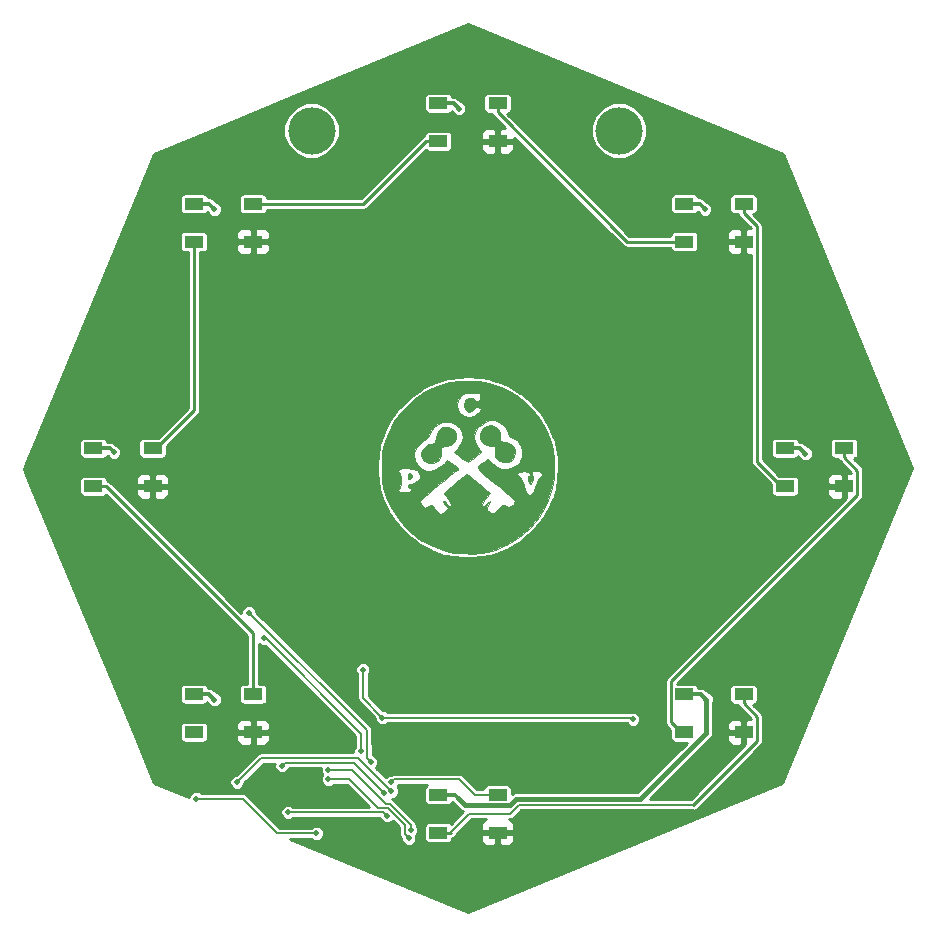
<source format=gbr>
G04 #@! TF.FileFunction,Copper,L1,Top,Signal*
%FSLAX46Y46*%
G04 Gerber Fmt 4.6, Leading zero omitted, Abs format (unit mm)*
G04 Created by KiCad (PCBNEW 4.0.2-stable) date 7/20/2016 11:09:08 PM*
%MOMM*%
G01*
G04 APERTURE LIST*
%ADD10C,0.100000*%
%ADD11C,0.010000*%
%ADD12C,4.000000*%
%ADD13C,1.500000*%
%ADD14R,1.600000X1.000000*%
%ADD15C,0.508000*%
%ADD16C,0.355600*%
%ADD17C,0.406400*%
%ADD18C,0.203200*%
%ADD19C,0.254000*%
G04 APERTURE END LIST*
D10*
D11*
G36*
X146221964Y-97756204D02*
X147049715Y-97895474D01*
X147852346Y-98149695D01*
X148488400Y-98427531D01*
X149537896Y-99040161D01*
X150454760Y-99804949D01*
X151229551Y-100712453D01*
X151852826Y-101753230D01*
X151889468Y-101828600D01*
X152242048Y-102665761D01*
X152466077Y-103467059D01*
X152579641Y-104313587D01*
X152603200Y-105028999D01*
X152560795Y-105962964D01*
X152421525Y-106790715D01*
X152167304Y-107593346D01*
X151889468Y-108229400D01*
X151289356Y-109251191D01*
X150531915Y-110160636D01*
X149640088Y-110939154D01*
X148636820Y-111568163D01*
X147545055Y-112029081D01*
X147008708Y-112182159D01*
X146379754Y-112286603D01*
X145634858Y-112335385D01*
X144850390Y-112329329D01*
X144102718Y-112269262D01*
X143468214Y-112156011D01*
X143419632Y-112143336D01*
X142295466Y-111738609D01*
X141260190Y-111163438D01*
X140332058Y-110436453D01*
X139529321Y-109576281D01*
X138870234Y-108601552D01*
X138373047Y-107530893D01*
X138134840Y-106749708D01*
X138033826Y-106145440D01*
X137982926Y-105422526D01*
X137982835Y-105333800D01*
X139395200Y-105333800D01*
X139437747Y-105498896D01*
X139496800Y-105537000D01*
X139550917Y-105629543D01*
X139587608Y-105871299D01*
X139598400Y-106146600D01*
X139582976Y-106471307D01*
X139542683Y-106691448D01*
X139496800Y-106756200D01*
X139414959Y-106841522D01*
X139395200Y-106964709D01*
X139416111Y-107085479D01*
X139511987Y-107142266D01*
X139732538Y-107151671D01*
X139927648Y-107142509D01*
X140260237Y-107106723D01*
X140434933Y-107037604D01*
X140493898Y-106934000D01*
X140454547Y-106782760D01*
X140367849Y-106756200D01*
X140228425Y-106678111D01*
X140208000Y-106603800D01*
X140295545Y-106480771D01*
X140448298Y-106451400D01*
X140743556Y-106374909D01*
X141013190Y-106183909D01*
X141190170Y-105936102D01*
X141224000Y-105783625D01*
X141155761Y-105477126D01*
X140941276Y-105271966D01*
X140565885Y-105159581D01*
X140106400Y-105130600D01*
X139732642Y-105136082D01*
X139518522Y-105160804D01*
X139420590Y-105217181D01*
X139395398Y-105317625D01*
X139395200Y-105333800D01*
X137982835Y-105333800D01*
X137982139Y-104659244D01*
X138026137Y-104012215D01*
X140715999Y-104012215D01*
X140808644Y-104462084D01*
X141057270Y-104859708D01*
X141417913Y-105160387D01*
X141846612Y-105319422D01*
X142015447Y-105333420D01*
X142438053Y-105255505D01*
X142876484Y-105052182D01*
X143238927Y-104770393D01*
X143332031Y-104660284D01*
X143531847Y-104385981D01*
X144003523Y-104724714D01*
X144259255Y-104918863D01*
X144430548Y-105069010D01*
X144475200Y-105128716D01*
X144400872Y-105224193D01*
X144215527Y-105382317D01*
X144145000Y-105435386D01*
X143761073Y-105726002D01*
X143327919Y-106070035D01*
X142873216Y-106443577D01*
X142424642Y-106822721D01*
X142009876Y-107183561D01*
X141656598Y-107502188D01*
X141392485Y-107754697D01*
X141245216Y-107917179D01*
X141224000Y-107958368D01*
X141291135Y-108151708D01*
X141445573Y-108351732D01*
X141616864Y-108474287D01*
X141663546Y-108483400D01*
X141810869Y-108421207D01*
X141964164Y-108305600D01*
X142084637Y-108213346D01*
X142187728Y-108213938D01*
X142322700Y-108329938D01*
X142518720Y-108559600D01*
X142737266Y-108798983D01*
X142919780Y-108955782D01*
X142997445Y-108991400D01*
X143144464Y-108922996D01*
X143339402Y-108756408D01*
X143357600Y-108737400D01*
X143596220Y-108483400D01*
X143357976Y-108229800D01*
X143218861Y-108040956D01*
X143189713Y-107909991D01*
X143196973Y-107899600D01*
X143301885Y-107920570D01*
X143467011Y-108067657D01*
X143516113Y-108125713D01*
X143708891Y-108320750D01*
X143841966Y-108339654D01*
X143865078Y-108321361D01*
X143884215Y-108190658D01*
X143765199Y-107956516D01*
X143614072Y-107745343D01*
X143421328Y-107485663D01*
X143291336Y-107296647D01*
X143256000Y-107230585D01*
X143330490Y-107153117D01*
X143533618Y-106975294D01*
X143834871Y-106723099D01*
X144203737Y-106422514D01*
X144226083Y-106404528D01*
X145196167Y-105624274D01*
X146156483Y-106396671D01*
X146526458Y-106698585D01*
X146830302Y-106954790D01*
X147037293Y-107138790D01*
X147116708Y-107224087D01*
X147116800Y-107224935D01*
X147057511Y-107327744D01*
X146904427Y-107534854D01*
X146752519Y-107725358D01*
X146550133Y-108011760D01*
X146462121Y-108217291D01*
X146484086Y-108317129D01*
X146611632Y-108286451D01*
X146822085Y-108118137D01*
X147046621Y-107934285D01*
X147161307Y-107899976D01*
X147147831Y-108005404D01*
X147006783Y-108217023D01*
X146876996Y-108459798D01*
X146924254Y-108662486D01*
X147159280Y-108855614D01*
X147248826Y-108906083D01*
X147382989Y-108945186D01*
X147522288Y-108886984D01*
X147713546Y-108704563D01*
X147832899Y-108570336D01*
X148058694Y-108323729D01*
X148208504Y-108211330D01*
X148331341Y-108207141D01*
X148427738Y-108254800D01*
X148699204Y-108369977D01*
X148921473Y-108322600D01*
X149064599Y-108213653D01*
X149162321Y-108119556D01*
X149221637Y-108030183D01*
X149228574Y-107930110D01*
X149169158Y-107803915D01*
X149029415Y-107636175D01*
X148795369Y-107411467D01*
X148453046Y-107114368D01*
X147988473Y-106729456D01*
X147387675Y-106241308D01*
X146976109Y-105908697D01*
X146550633Y-105562408D01*
X146550625Y-105562400D01*
X149472941Y-105562400D01*
X149510187Y-105713241D01*
X149590206Y-105740200D01*
X149708751Y-105839151D01*
X149856845Y-106130967D01*
X150012400Y-106553000D01*
X150153272Y-106955384D01*
X150262538Y-107199691D01*
X150363648Y-107323444D01*
X150480053Y-107364164D01*
X150520400Y-107365800D01*
X150645716Y-107342281D01*
X150748874Y-107246710D01*
X150853326Y-107041564D01*
X150982522Y-106689322D01*
X151028400Y-106553000D01*
X151199764Y-106093822D01*
X151345119Y-105820694D01*
X151450593Y-105740200D01*
X151564323Y-105662231D01*
X151568373Y-105562400D01*
X151477239Y-105434683D01*
X151239881Y-105366971D01*
X151103723Y-105353358D01*
X150830420Y-105346488D01*
X150704538Y-105392708D01*
X150672866Y-105512929D01*
X150672800Y-105522691D01*
X150718738Y-105703767D01*
X150777515Y-105758171D01*
X150819287Y-105873783D01*
X150755263Y-106147494D01*
X150737634Y-106198438D01*
X150630978Y-106439947D01*
X150554340Y-106484515D01*
X150534333Y-106451400D01*
X150398007Y-106089730D01*
X150331360Y-105877275D01*
X150328540Y-105774605D01*
X150383695Y-105742294D01*
X150428764Y-105740200D01*
X150547841Y-105663884D01*
X150551858Y-105562400D01*
X150486352Y-105451813D01*
X150313025Y-105397902D01*
X150012400Y-105384600D01*
X149695172Y-105400158D01*
X149530941Y-105457503D01*
X149472941Y-105562400D01*
X146550625Y-105562400D01*
X146273101Y-105314033D01*
X146134825Y-105132042D01*
X146127116Y-104984903D01*
X146241284Y-104841086D01*
X146468642Y-104669057D01*
X146607888Y-104572431D01*
X147008798Y-104294601D01*
X147278101Y-104614649D01*
X147712469Y-105007250D01*
X148184624Y-105201988D01*
X148687591Y-105197262D01*
X149127447Y-105038669D01*
X149419755Y-104835511D01*
X149653827Y-104584633D01*
X149682200Y-104540393D01*
X149823056Y-104134308D01*
X149849705Y-103659167D01*
X149760000Y-103215421D01*
X149712792Y-103108642D01*
X149505054Y-102830133D01*
X149227855Y-102606238D01*
X148954950Y-102493342D01*
X148902290Y-102489000D01*
X148773937Y-102395329D01*
X148658886Y-102144760D01*
X148640972Y-102083240D01*
X148498393Y-101748629D01*
X148290618Y-101455502D01*
X148256056Y-101421070D01*
X147944666Y-101203046D01*
X147593997Y-101062480D01*
X147276425Y-101022814D01*
X147132150Y-101057065D01*
X146936805Y-101151608D01*
X146655309Y-101287785D01*
X146566711Y-101330637D01*
X146152590Y-101627487D01*
X145890224Y-102019179D01*
X145788982Y-102463831D01*
X145858236Y-102919562D01*
X146107358Y-103344488D01*
X146114321Y-103352477D01*
X146290371Y-103573860D01*
X146380235Y-103729297D01*
X146381092Y-103766573D01*
X146278593Y-103849756D01*
X146061164Y-104016699D01*
X145794638Y-104217216D01*
X145259732Y-104616308D01*
X144994466Y-104421429D01*
X144727714Y-104218023D01*
X144441125Y-103989437D01*
X144424400Y-103975706D01*
X144119600Y-103724862D01*
X144401001Y-103429483D01*
X144702584Y-102994766D01*
X144824057Y-102546128D01*
X144783473Y-102114615D01*
X144598885Y-101731270D01*
X144288345Y-101427138D01*
X143869905Y-101233262D01*
X143361620Y-101180687D01*
X143110877Y-101210931D01*
X142735561Y-101361401D01*
X142392996Y-101633952D01*
X142147819Y-101968612D01*
X142074746Y-102172269D01*
X141965181Y-102425163D01*
X141720441Y-102648274D01*
X141567229Y-102744878D01*
X141208063Y-103032217D01*
X140919791Y-103405193D01*
X140746482Y-103798195D01*
X140715999Y-104012215D01*
X138026137Y-104012215D01*
X138031465Y-103933871D01*
X138130905Y-103324685D01*
X138134840Y-103308291D01*
X138510470Y-102182905D01*
X139062910Y-101135250D01*
X139773580Y-100188268D01*
X140212106Y-99763642D01*
X144371808Y-99763642D01*
X144438799Y-100149070D01*
X144639008Y-100472263D01*
X144917871Y-100661055D01*
X145392324Y-100762301D01*
X145819599Y-100667768D01*
X146128588Y-100444841D01*
X146318522Y-100244231D01*
X146376685Y-100127244D01*
X146318915Y-100037857D01*
X146257133Y-99990112D01*
X146109294Y-99915223D01*
X145974810Y-99967538D01*
X145835611Y-100103870D01*
X145612501Y-100301840D01*
X145414998Y-100342245D01*
X145179720Y-100250225D01*
X145046704Y-100079537D01*
X144982771Y-99802436D01*
X144994458Y-99505846D01*
X145088299Y-99276688D01*
X145105120Y-99258119D01*
X145339364Y-99147892D01*
X145613488Y-99169959D01*
X145796000Y-99288600D01*
X145996600Y-99419014D01*
X146113240Y-99441000D01*
X146248782Y-99392971D01*
X146300476Y-99215640D01*
X146304000Y-99103585D01*
X146304000Y-98766170D01*
X145636004Y-98747765D01*
X145263593Y-98745748D01*
X145024492Y-98778519D01*
X144849348Y-98866113D01*
X144670804Y-99026565D01*
X144446365Y-99371099D01*
X144371808Y-99763642D01*
X140212106Y-99763642D01*
X140623897Y-99364905D01*
X141595280Y-98688104D01*
X142087600Y-98427531D01*
X142924761Y-98074951D01*
X143726059Y-97850922D01*
X144572587Y-97737358D01*
X145287999Y-97713799D01*
X146221964Y-97756204D01*
X146221964Y-97756204D01*
G37*
X146221964Y-97756204D02*
X147049715Y-97895474D01*
X147852346Y-98149695D01*
X148488400Y-98427531D01*
X149537896Y-99040161D01*
X150454760Y-99804949D01*
X151229551Y-100712453D01*
X151852826Y-101753230D01*
X151889468Y-101828600D01*
X152242048Y-102665761D01*
X152466077Y-103467059D01*
X152579641Y-104313587D01*
X152603200Y-105028999D01*
X152560795Y-105962964D01*
X152421525Y-106790715D01*
X152167304Y-107593346D01*
X151889468Y-108229400D01*
X151289356Y-109251191D01*
X150531915Y-110160636D01*
X149640088Y-110939154D01*
X148636820Y-111568163D01*
X147545055Y-112029081D01*
X147008708Y-112182159D01*
X146379754Y-112286603D01*
X145634858Y-112335385D01*
X144850390Y-112329329D01*
X144102718Y-112269262D01*
X143468214Y-112156011D01*
X143419632Y-112143336D01*
X142295466Y-111738609D01*
X141260190Y-111163438D01*
X140332058Y-110436453D01*
X139529321Y-109576281D01*
X138870234Y-108601552D01*
X138373047Y-107530893D01*
X138134840Y-106749708D01*
X138033826Y-106145440D01*
X137982926Y-105422526D01*
X137982835Y-105333800D01*
X139395200Y-105333800D01*
X139437747Y-105498896D01*
X139496800Y-105537000D01*
X139550917Y-105629543D01*
X139587608Y-105871299D01*
X139598400Y-106146600D01*
X139582976Y-106471307D01*
X139542683Y-106691448D01*
X139496800Y-106756200D01*
X139414959Y-106841522D01*
X139395200Y-106964709D01*
X139416111Y-107085479D01*
X139511987Y-107142266D01*
X139732538Y-107151671D01*
X139927648Y-107142509D01*
X140260237Y-107106723D01*
X140434933Y-107037604D01*
X140493898Y-106934000D01*
X140454547Y-106782760D01*
X140367849Y-106756200D01*
X140228425Y-106678111D01*
X140208000Y-106603800D01*
X140295545Y-106480771D01*
X140448298Y-106451400D01*
X140743556Y-106374909D01*
X141013190Y-106183909D01*
X141190170Y-105936102D01*
X141224000Y-105783625D01*
X141155761Y-105477126D01*
X140941276Y-105271966D01*
X140565885Y-105159581D01*
X140106400Y-105130600D01*
X139732642Y-105136082D01*
X139518522Y-105160804D01*
X139420590Y-105217181D01*
X139395398Y-105317625D01*
X139395200Y-105333800D01*
X137982835Y-105333800D01*
X137982139Y-104659244D01*
X138026137Y-104012215D01*
X140715999Y-104012215D01*
X140808644Y-104462084D01*
X141057270Y-104859708D01*
X141417913Y-105160387D01*
X141846612Y-105319422D01*
X142015447Y-105333420D01*
X142438053Y-105255505D01*
X142876484Y-105052182D01*
X143238927Y-104770393D01*
X143332031Y-104660284D01*
X143531847Y-104385981D01*
X144003523Y-104724714D01*
X144259255Y-104918863D01*
X144430548Y-105069010D01*
X144475200Y-105128716D01*
X144400872Y-105224193D01*
X144215527Y-105382317D01*
X144145000Y-105435386D01*
X143761073Y-105726002D01*
X143327919Y-106070035D01*
X142873216Y-106443577D01*
X142424642Y-106822721D01*
X142009876Y-107183561D01*
X141656598Y-107502188D01*
X141392485Y-107754697D01*
X141245216Y-107917179D01*
X141224000Y-107958368D01*
X141291135Y-108151708D01*
X141445573Y-108351732D01*
X141616864Y-108474287D01*
X141663546Y-108483400D01*
X141810869Y-108421207D01*
X141964164Y-108305600D01*
X142084637Y-108213346D01*
X142187728Y-108213938D01*
X142322700Y-108329938D01*
X142518720Y-108559600D01*
X142737266Y-108798983D01*
X142919780Y-108955782D01*
X142997445Y-108991400D01*
X143144464Y-108922996D01*
X143339402Y-108756408D01*
X143357600Y-108737400D01*
X143596220Y-108483400D01*
X143357976Y-108229800D01*
X143218861Y-108040956D01*
X143189713Y-107909991D01*
X143196973Y-107899600D01*
X143301885Y-107920570D01*
X143467011Y-108067657D01*
X143516113Y-108125713D01*
X143708891Y-108320750D01*
X143841966Y-108339654D01*
X143865078Y-108321361D01*
X143884215Y-108190658D01*
X143765199Y-107956516D01*
X143614072Y-107745343D01*
X143421328Y-107485663D01*
X143291336Y-107296647D01*
X143256000Y-107230585D01*
X143330490Y-107153117D01*
X143533618Y-106975294D01*
X143834871Y-106723099D01*
X144203737Y-106422514D01*
X144226083Y-106404528D01*
X145196167Y-105624274D01*
X146156483Y-106396671D01*
X146526458Y-106698585D01*
X146830302Y-106954790D01*
X147037293Y-107138790D01*
X147116708Y-107224087D01*
X147116800Y-107224935D01*
X147057511Y-107327744D01*
X146904427Y-107534854D01*
X146752519Y-107725358D01*
X146550133Y-108011760D01*
X146462121Y-108217291D01*
X146484086Y-108317129D01*
X146611632Y-108286451D01*
X146822085Y-108118137D01*
X147046621Y-107934285D01*
X147161307Y-107899976D01*
X147147831Y-108005404D01*
X147006783Y-108217023D01*
X146876996Y-108459798D01*
X146924254Y-108662486D01*
X147159280Y-108855614D01*
X147248826Y-108906083D01*
X147382989Y-108945186D01*
X147522288Y-108886984D01*
X147713546Y-108704563D01*
X147832899Y-108570336D01*
X148058694Y-108323729D01*
X148208504Y-108211330D01*
X148331341Y-108207141D01*
X148427738Y-108254800D01*
X148699204Y-108369977D01*
X148921473Y-108322600D01*
X149064599Y-108213653D01*
X149162321Y-108119556D01*
X149221637Y-108030183D01*
X149228574Y-107930110D01*
X149169158Y-107803915D01*
X149029415Y-107636175D01*
X148795369Y-107411467D01*
X148453046Y-107114368D01*
X147988473Y-106729456D01*
X147387675Y-106241308D01*
X146976109Y-105908697D01*
X146550633Y-105562408D01*
X146550625Y-105562400D01*
X149472941Y-105562400D01*
X149510187Y-105713241D01*
X149590206Y-105740200D01*
X149708751Y-105839151D01*
X149856845Y-106130967D01*
X150012400Y-106553000D01*
X150153272Y-106955384D01*
X150262538Y-107199691D01*
X150363648Y-107323444D01*
X150480053Y-107364164D01*
X150520400Y-107365800D01*
X150645716Y-107342281D01*
X150748874Y-107246710D01*
X150853326Y-107041564D01*
X150982522Y-106689322D01*
X151028400Y-106553000D01*
X151199764Y-106093822D01*
X151345119Y-105820694D01*
X151450593Y-105740200D01*
X151564323Y-105662231D01*
X151568373Y-105562400D01*
X151477239Y-105434683D01*
X151239881Y-105366971D01*
X151103723Y-105353358D01*
X150830420Y-105346488D01*
X150704538Y-105392708D01*
X150672866Y-105512929D01*
X150672800Y-105522691D01*
X150718738Y-105703767D01*
X150777515Y-105758171D01*
X150819287Y-105873783D01*
X150755263Y-106147494D01*
X150737634Y-106198438D01*
X150630978Y-106439947D01*
X150554340Y-106484515D01*
X150534333Y-106451400D01*
X150398007Y-106089730D01*
X150331360Y-105877275D01*
X150328540Y-105774605D01*
X150383695Y-105742294D01*
X150428764Y-105740200D01*
X150547841Y-105663884D01*
X150551858Y-105562400D01*
X150486352Y-105451813D01*
X150313025Y-105397902D01*
X150012400Y-105384600D01*
X149695172Y-105400158D01*
X149530941Y-105457503D01*
X149472941Y-105562400D01*
X146550625Y-105562400D01*
X146273101Y-105314033D01*
X146134825Y-105132042D01*
X146127116Y-104984903D01*
X146241284Y-104841086D01*
X146468642Y-104669057D01*
X146607888Y-104572431D01*
X147008798Y-104294601D01*
X147278101Y-104614649D01*
X147712469Y-105007250D01*
X148184624Y-105201988D01*
X148687591Y-105197262D01*
X149127447Y-105038669D01*
X149419755Y-104835511D01*
X149653827Y-104584633D01*
X149682200Y-104540393D01*
X149823056Y-104134308D01*
X149849705Y-103659167D01*
X149760000Y-103215421D01*
X149712792Y-103108642D01*
X149505054Y-102830133D01*
X149227855Y-102606238D01*
X148954950Y-102493342D01*
X148902290Y-102489000D01*
X148773937Y-102395329D01*
X148658886Y-102144760D01*
X148640972Y-102083240D01*
X148498393Y-101748629D01*
X148290618Y-101455502D01*
X148256056Y-101421070D01*
X147944666Y-101203046D01*
X147593997Y-101062480D01*
X147276425Y-101022814D01*
X147132150Y-101057065D01*
X146936805Y-101151608D01*
X146655309Y-101287785D01*
X146566711Y-101330637D01*
X146152590Y-101627487D01*
X145890224Y-102019179D01*
X145788982Y-102463831D01*
X145858236Y-102919562D01*
X146107358Y-103344488D01*
X146114321Y-103352477D01*
X146290371Y-103573860D01*
X146380235Y-103729297D01*
X146381092Y-103766573D01*
X146278593Y-103849756D01*
X146061164Y-104016699D01*
X145794638Y-104217216D01*
X145259732Y-104616308D01*
X144994466Y-104421429D01*
X144727714Y-104218023D01*
X144441125Y-103989437D01*
X144424400Y-103975706D01*
X144119600Y-103724862D01*
X144401001Y-103429483D01*
X144702584Y-102994766D01*
X144824057Y-102546128D01*
X144783473Y-102114615D01*
X144598885Y-101731270D01*
X144288345Y-101427138D01*
X143869905Y-101233262D01*
X143361620Y-101180687D01*
X143110877Y-101210931D01*
X142735561Y-101361401D01*
X142392996Y-101633952D01*
X142147819Y-101968612D01*
X142074746Y-102172269D01*
X141965181Y-102425163D01*
X141720441Y-102648274D01*
X141567229Y-102744878D01*
X141208063Y-103032217D01*
X140919791Y-103405193D01*
X140746482Y-103798195D01*
X140715999Y-104012215D01*
X138026137Y-104012215D01*
X138031465Y-103933871D01*
X138130905Y-103324685D01*
X138134840Y-103308291D01*
X138510470Y-102182905D01*
X139062910Y-101135250D01*
X139773580Y-100188268D01*
X140212106Y-99763642D01*
X144371808Y-99763642D01*
X144438799Y-100149070D01*
X144639008Y-100472263D01*
X144917871Y-100661055D01*
X145392324Y-100762301D01*
X145819599Y-100667768D01*
X146128588Y-100444841D01*
X146318522Y-100244231D01*
X146376685Y-100127244D01*
X146318915Y-100037857D01*
X146257133Y-99990112D01*
X146109294Y-99915223D01*
X145974810Y-99967538D01*
X145835611Y-100103870D01*
X145612501Y-100301840D01*
X145414998Y-100342245D01*
X145179720Y-100250225D01*
X145046704Y-100079537D01*
X144982771Y-99802436D01*
X144994458Y-99505846D01*
X145088299Y-99276688D01*
X145105120Y-99258119D01*
X145339364Y-99147892D01*
X145613488Y-99169959D01*
X145796000Y-99288600D01*
X145996600Y-99419014D01*
X146113240Y-99441000D01*
X146248782Y-99392971D01*
X146300476Y-99215640D01*
X146304000Y-99103585D01*
X146304000Y-98766170D01*
X145636004Y-98747765D01*
X145263593Y-98745748D01*
X145024492Y-98778519D01*
X144849348Y-98866113D01*
X144670804Y-99026565D01*
X144446365Y-99371099D01*
X144371808Y-99763642D01*
X140212106Y-99763642D01*
X140623897Y-99364905D01*
X141595280Y-98688104D01*
X142087600Y-98427531D01*
X142924761Y-98074951D01*
X143726059Y-97850922D01*
X144572587Y-97737358D01*
X145287999Y-97713799D01*
X146221964Y-97756204D01*
G36*
X143860468Y-101724346D02*
X144148010Y-101962914D01*
X144274659Y-102265295D01*
X144252460Y-102588614D01*
X144093460Y-102889996D01*
X143809704Y-103126568D01*
X143430991Y-103252922D01*
X143002000Y-103317254D01*
X143002000Y-103775523D01*
X142975294Y-104102743D01*
X142869694Y-104325200D01*
X142716934Y-104478996D01*
X142345355Y-104684762D01*
X141957238Y-104693902D01*
X141593301Y-104513625D01*
X141371735Y-104233050D01*
X141317051Y-103908424D01*
X141412321Y-103582324D01*
X141640621Y-103297329D01*
X141985023Y-103096018D01*
X142177848Y-103043226D01*
X142419353Y-102980452D01*
X142522042Y-102868075D01*
X142544673Y-102634001D01*
X142544800Y-102592994D01*
X142627832Y-102175370D01*
X142849517Y-101856818D01*
X143168737Y-101664484D01*
X143544373Y-101625515D01*
X143860468Y-101724346D01*
X143860468Y-101724346D01*
G37*
X143860468Y-101724346D02*
X144148010Y-101962914D01*
X144274659Y-102265295D01*
X144252460Y-102588614D01*
X144093460Y-102889996D01*
X143809704Y-103126568D01*
X143430991Y-103252922D01*
X143002000Y-103317254D01*
X143002000Y-103775523D01*
X142975294Y-104102743D01*
X142869694Y-104325200D01*
X142716934Y-104478996D01*
X142345355Y-104684762D01*
X141957238Y-104693902D01*
X141593301Y-104513625D01*
X141371735Y-104233050D01*
X141317051Y-103908424D01*
X141412321Y-103582324D01*
X141640621Y-103297329D01*
X141985023Y-103096018D01*
X142177848Y-103043226D01*
X142419353Y-102980452D01*
X142522042Y-102868075D01*
X142544673Y-102634001D01*
X142544800Y-102592994D01*
X142627832Y-102175370D01*
X142849517Y-101856818D01*
X143168737Y-101664484D01*
X143544373Y-101625515D01*
X143860468Y-101724346D01*
G36*
X147371412Y-101514875D02*
X147742436Y-101693817D01*
X147961901Y-102007350D01*
X148031200Y-102438200D01*
X148038916Y-102719129D01*
X148090280Y-102852160D01*
X148227614Y-102892587D01*
X148381134Y-102895400D01*
X148783056Y-102980950D01*
X149092459Y-103211467D01*
X149267262Y-103547750D01*
X149291040Y-103743055D01*
X149205900Y-104135142D01*
X148981670Y-104426241D01*
X148665132Y-104597471D01*
X148303068Y-104629951D01*
X147942261Y-104504800D01*
X147760239Y-104360875D01*
X147593960Y-104158320D01*
X147534066Y-103944669D01*
X147549177Y-103649675D01*
X147573405Y-103372470D01*
X147541068Y-103241685D01*
X147419368Y-103201934D01*
X147282119Y-103198702D01*
X146830019Y-103115885D01*
X146480429Y-102887852D01*
X146324246Y-102664641D01*
X146263702Y-102332425D01*
X146364602Y-102006942D01*
X146588342Y-101730577D01*
X146896318Y-101545717D01*
X147249926Y-101494748D01*
X147371412Y-101514875D01*
X147371412Y-101514875D01*
G37*
X147371412Y-101514875D02*
X147742436Y-101693817D01*
X147961901Y-102007350D01*
X148031200Y-102438200D01*
X148038916Y-102719129D01*
X148090280Y-102852160D01*
X148227614Y-102892587D01*
X148381134Y-102895400D01*
X148783056Y-102980950D01*
X149092459Y-103211467D01*
X149267262Y-103547750D01*
X149291040Y-103743055D01*
X149205900Y-104135142D01*
X148981670Y-104426241D01*
X148665132Y-104597471D01*
X148303068Y-104629951D01*
X147942261Y-104504800D01*
X147760239Y-104360875D01*
X147593960Y-104158320D01*
X147534066Y-103944669D01*
X147549177Y-103649675D01*
X147573405Y-103372470D01*
X147541068Y-103241685D01*
X147419368Y-103201934D01*
X147282119Y-103198702D01*
X146830019Y-103115885D01*
X146480429Y-102887852D01*
X146324246Y-102664641D01*
X146263702Y-102332425D01*
X146364602Y-102006942D01*
X146588342Y-101730577D01*
X146896318Y-101545717D01*
X147249926Y-101494748D01*
X147371412Y-101514875D01*
G36*
X140385800Y-105556341D02*
X140532101Y-105671389D01*
X140563600Y-105791000D01*
X140486530Y-105970753D01*
X140385800Y-106025658D01*
X140251040Y-105998516D01*
X140208307Y-105818771D01*
X140208000Y-105791000D01*
X140243106Y-105593954D01*
X140367398Y-105553262D01*
X140385800Y-105556341D01*
X140385800Y-105556341D01*
G37*
X140385800Y-105556341D02*
X140532101Y-105671389D01*
X140563600Y-105791000D01*
X140486530Y-105970753D01*
X140385800Y-106025658D01*
X140251040Y-105998516D01*
X140208307Y-105818771D01*
X140208000Y-105791000D01*
X140243106Y-105593954D01*
X140367398Y-105553262D01*
X140385800Y-105556341D01*
D12*
X158076000Y-76524000D03*
X132041000Y-76524000D03*
D13*
X145288000Y-111252000D03*
D14*
X127087000Y-127457000D03*
X127087000Y-124257000D03*
X122087000Y-127457000D03*
X122087000Y-124257000D03*
X118578000Y-106629000D03*
X118578000Y-103429000D03*
X113578000Y-106629000D03*
X113578000Y-103429000D03*
X127087000Y-85928000D03*
X127087000Y-82728000D03*
X122087000Y-85928000D03*
X122087000Y-82728000D03*
X147788000Y-77419000D03*
X147788000Y-74219000D03*
X142788000Y-77419000D03*
X142788000Y-74219000D03*
X168616000Y-85928000D03*
X168616000Y-82728000D03*
X163616000Y-85928000D03*
X163616000Y-82728000D03*
X177125000Y-106629000D03*
X177125000Y-103429000D03*
X172125000Y-106629000D03*
X172125000Y-103429000D03*
X168616000Y-127457000D03*
X168616000Y-124257000D03*
X163616000Y-127457000D03*
X163616000Y-124257000D03*
X147788000Y-135966000D03*
X147788000Y-132766000D03*
X142788000Y-135966000D03*
X142788000Y-132766000D03*
D15*
X133858000Y-132715000D03*
X146050000Y-135509000D03*
X125349000Y-127254000D03*
X116840000Y-106299000D03*
X125349000Y-85598000D03*
X166878000Y-85598000D03*
X146050000Y-77089000D03*
X175387000Y-106172000D03*
X167005000Y-127000000D03*
X123825000Y-124714000D03*
X115316000Y-103759000D03*
X123825000Y-83185000D03*
X165354000Y-83185000D03*
X144526000Y-74676000D03*
X173863000Y-103886000D03*
X165481000Y-124714000D03*
X144526000Y-133096000D03*
X138811000Y-131699000D03*
X138811000Y-132461000D03*
X138811000Y-132461000D03*
X125730000Y-131699000D03*
X138163423Y-132590515D03*
X129540000Y-130302000D03*
X138430000Y-134558800D03*
X130048000Y-134239000D03*
X137074717Y-130006283D03*
X126746000Y-117348000D03*
X128016000Y-119507000D03*
X136221805Y-129067746D03*
X132461000Y-136017000D03*
X122301000Y-133096000D03*
X159258000Y-126365000D03*
X138049000Y-126238000D03*
X136398000Y-122174000D03*
X145288000Y-111252000D03*
X133477000Y-131445000D03*
X140289509Y-136452967D03*
X133477000Y-130683000D03*
X140462000Y-135763000D03*
D16*
X147788000Y-135966000D02*
X146507000Y-135966000D01*
X146507000Y-135966000D02*
X146050000Y-135509000D01*
X127087000Y-127457000D02*
X125552000Y-127457000D01*
X125552000Y-127457000D02*
X125349000Y-127254000D01*
X118578000Y-106629000D02*
X117170000Y-106629000D01*
X117170000Y-106629000D02*
X116840000Y-106299000D01*
X127087000Y-85928000D02*
X125679000Y-85928000D01*
X125679000Y-85928000D02*
X125349000Y-85598000D01*
X168616000Y-85928000D02*
X167208000Y-85928000D01*
X167208000Y-85928000D02*
X166878000Y-85598000D01*
X147788000Y-77419000D02*
X146380000Y-77419000D01*
X146380000Y-77419000D02*
X146050000Y-77089000D01*
X177125000Y-106629000D02*
X175844000Y-106629000D01*
X175844000Y-106629000D02*
X175387000Y-106172000D01*
X168616000Y-127457000D02*
X167462000Y-127457000D01*
X167462000Y-127457000D02*
X167005000Y-127000000D01*
D17*
X165481000Y-124714000D02*
X165481000Y-127532082D01*
X165481000Y-127532082D02*
X159877291Y-133135791D01*
X159877291Y-133135791D02*
X149358291Y-133135791D01*
X149358291Y-133135791D02*
X148872481Y-133621601D01*
X148872481Y-133621601D02*
X145051601Y-133621601D01*
X145051601Y-133621601D02*
X144779999Y-133349999D01*
X144779999Y-133349999D02*
X144526000Y-133096000D01*
D16*
X142788000Y-132766000D02*
X144196000Y-132766000D01*
X144196000Y-132766000D02*
X144526000Y-133096000D01*
X122087000Y-124257000D02*
X123368000Y-124257000D01*
X123368000Y-124257000D02*
X123825000Y-124714000D01*
X113578000Y-103429000D02*
X114986000Y-103429000D01*
X114986000Y-103429000D02*
X115316000Y-103759000D01*
X122087000Y-82728000D02*
X123368000Y-82728000D01*
X123368000Y-82728000D02*
X123825000Y-83185000D01*
X163616000Y-82728000D02*
X164897000Y-82728000D01*
X164897000Y-82728000D02*
X165354000Y-83185000D01*
X142788000Y-74219000D02*
X144069000Y-74219000D01*
X144069000Y-74219000D02*
X144526000Y-74676000D01*
X172125000Y-103429000D02*
X173406000Y-103429000D01*
X173406000Y-103429000D02*
X173863000Y-103886000D01*
X163616000Y-124257000D02*
X165024000Y-124257000D01*
X165024000Y-124257000D02*
X165481000Y-124714000D01*
D18*
X145847000Y-132766000D02*
X144526000Y-131445000D01*
X144526000Y-131445000D02*
X139065000Y-131445000D01*
X139065000Y-131445000D02*
X138811000Y-131699000D01*
X145847000Y-132766000D02*
X147788000Y-132766000D01*
X148844000Y-134366000D02*
X145391200Y-134366000D01*
X145391200Y-134366000D02*
X143791200Y-135966000D01*
X143791200Y-135966000D02*
X142788000Y-135966000D01*
X149616999Y-133593001D02*
X148844000Y-134366000D01*
X164368601Y-133593001D02*
X149616999Y-133593001D01*
D19*
X142788000Y-135966000D02*
X143842000Y-135966000D01*
X164368601Y-133593001D02*
X169743001Y-128218601D01*
X169743001Y-128218601D02*
X169743001Y-126138001D01*
X169743001Y-126138001D02*
X168616000Y-125011000D01*
X168616000Y-125011000D02*
X168616000Y-124257000D01*
X163616000Y-127457000D02*
X163316000Y-127457000D01*
X163316000Y-127457000D02*
X162488999Y-126629999D01*
X162488999Y-126629999D02*
X162488999Y-123153603D01*
X162488999Y-123153603D02*
X178252001Y-107390601D01*
X178252001Y-107390601D02*
X178252001Y-105310001D01*
X178252001Y-105310001D02*
X177125000Y-104183000D01*
X177125000Y-104183000D02*
X177125000Y-103429000D01*
X172125000Y-106629000D02*
X171825000Y-106629000D01*
X171825000Y-106629000D02*
X169743001Y-104547001D01*
X169743001Y-104547001D02*
X169743001Y-84609001D01*
X169743001Y-84609001D02*
X168616000Y-83482000D01*
X168616000Y-83482000D02*
X168616000Y-82728000D01*
X163616000Y-85928000D02*
X158743000Y-85928000D01*
X158743000Y-85928000D02*
X147788000Y-74973000D01*
X147788000Y-74973000D02*
X147788000Y-74219000D01*
X142788000Y-77419000D02*
X141734000Y-77419000D01*
X141734000Y-77419000D02*
X136425000Y-82728000D01*
X136425000Y-82728000D02*
X128141000Y-82728000D01*
X128141000Y-82728000D02*
X127087000Y-82728000D01*
X122087000Y-85928000D02*
X122087000Y-100220000D01*
X122087000Y-100220000D02*
X118878000Y-103429000D01*
X118878000Y-103429000D02*
X118578000Y-103429000D01*
D18*
X135991592Y-129641592D02*
X138811000Y-132461000D01*
X125730000Y-131699000D02*
X127787408Y-129641592D01*
X127787408Y-129641592D02*
X135991592Y-129641592D01*
X137844362Y-132284638D02*
X137857546Y-132284638D01*
X137857546Y-132284638D02*
X138163423Y-132590515D01*
X129793999Y-130048001D02*
X135382000Y-130048001D01*
X135382000Y-130048001D02*
X135537277Y-130048001D01*
X137844362Y-132284638D02*
X135607725Y-130048001D01*
X135607725Y-130048001D02*
X135382000Y-130048001D01*
X129540000Y-130302000D02*
X129793999Y-130048001D01*
X130048000Y-134239000D02*
X138110200Y-134239000D01*
X138110200Y-134239000D02*
X138430000Y-134558800D01*
X136699238Y-128894159D02*
X136699238Y-128524000D01*
X136699238Y-128524000D02*
X136699238Y-127301238D01*
X137074717Y-130006283D02*
X136729806Y-129661372D01*
X136729806Y-129661372D02*
X136729806Y-128554568D01*
X136729806Y-128554568D02*
X136699238Y-128524000D01*
X136699238Y-127301238D02*
X126746000Y-117348000D01*
X136221805Y-129067746D02*
X136221805Y-127575647D01*
X136221805Y-127575647D02*
X128153158Y-119507000D01*
X128153158Y-119507000D02*
X128016000Y-119507000D01*
X126238000Y-133096000D02*
X129159000Y-136017000D01*
X129159000Y-136017000D02*
X132461000Y-136017000D01*
X122301000Y-133096000D02*
X126238000Y-133096000D01*
X138049000Y-126238000D02*
X159131000Y-126238000D01*
X159131000Y-126238000D02*
X159258000Y-126365000D01*
X136398000Y-124460000D02*
X136398000Y-124587000D01*
X136398000Y-124587000D02*
X138049000Y-126238000D01*
X136398000Y-122174000D02*
X136398000Y-124460000D01*
X135281542Y-131445000D02*
X135281542Y-131471542D01*
X135281542Y-131471542D02*
X137693390Y-133883390D01*
X137693390Y-133883390D02*
X138506432Y-133883390D01*
X138506432Y-133883390D02*
X139953999Y-135330957D01*
X139953999Y-135330957D02*
X139953999Y-136117457D01*
X139953999Y-136117457D02*
X140035510Y-136198968D01*
X140035510Y-136198968D02*
X140289509Y-136452967D01*
X135281542Y-131445000D02*
X133477000Y-131445000D01*
X133477000Y-130683000D02*
X135490882Y-130683000D01*
X135490882Y-130683000D02*
X138335662Y-133527780D01*
X140462000Y-135336050D02*
X140462000Y-135403790D01*
X138335662Y-133527780D02*
X138653731Y-133527781D01*
X138653731Y-133527781D02*
X140462000Y-135336050D01*
X140462000Y-135403790D02*
X140462000Y-135763000D01*
D19*
X113578000Y-106629000D02*
X114632000Y-106629000D01*
X114632000Y-106629000D02*
X127087000Y-119084000D01*
X127087000Y-119084000D02*
X127087000Y-123503000D01*
X127087000Y-123503000D02*
X127087000Y-124257000D01*
G36*
X171936609Y-78547743D02*
X182892515Y-105098542D01*
X171837257Y-131749609D01*
X145286000Y-142705704D01*
X130245983Y-136499600D01*
X132045516Y-136499600D01*
X132100832Y-136555013D01*
X132334137Y-136651889D01*
X132586755Y-136652110D01*
X132820228Y-136555640D01*
X132999013Y-136377168D01*
X133095889Y-136143863D01*
X133096110Y-135891245D01*
X132999640Y-135657772D01*
X132821168Y-135478987D01*
X132587863Y-135382111D01*
X132335245Y-135381890D01*
X132101772Y-135478360D01*
X132045634Y-135534400D01*
X129358900Y-135534400D01*
X126579250Y-132754750D01*
X126422683Y-132650136D01*
X126238000Y-132613400D01*
X122716484Y-132613400D01*
X122661168Y-132557987D01*
X122427863Y-132461111D01*
X122175245Y-132460890D01*
X121941772Y-132557360D01*
X121762987Y-132735832D01*
X121669631Y-132960659D01*
X118734419Y-131749475D01*
X116739039Y-126957000D01*
X120898536Y-126957000D01*
X120898536Y-127957000D01*
X120925103Y-128098190D01*
X121008546Y-128227865D01*
X121135866Y-128314859D01*
X121287000Y-128345464D01*
X122887000Y-128345464D01*
X123028190Y-128318897D01*
X123157865Y-128235454D01*
X123244859Y-128108134D01*
X123275464Y-127957000D01*
X123275464Y-127742750D01*
X125652000Y-127742750D01*
X125652000Y-128083310D01*
X125748673Y-128316699D01*
X125927302Y-128495327D01*
X126160691Y-128592000D01*
X126801250Y-128592000D01*
X126960000Y-128433250D01*
X126960000Y-127584000D01*
X127214000Y-127584000D01*
X127214000Y-128433250D01*
X127372750Y-128592000D01*
X128013309Y-128592000D01*
X128246698Y-128495327D01*
X128425327Y-128316699D01*
X128522000Y-128083310D01*
X128522000Y-127742750D01*
X128363250Y-127584000D01*
X127214000Y-127584000D01*
X126960000Y-127584000D01*
X125810750Y-127584000D01*
X125652000Y-127742750D01*
X123275464Y-127742750D01*
X123275464Y-126957000D01*
X123251697Y-126830690D01*
X125652000Y-126830690D01*
X125652000Y-127171250D01*
X125810750Y-127330000D01*
X126960000Y-127330000D01*
X126960000Y-126480750D01*
X127214000Y-126480750D01*
X127214000Y-127330000D01*
X128363250Y-127330000D01*
X128522000Y-127171250D01*
X128522000Y-126830690D01*
X128425327Y-126597301D01*
X128246698Y-126418673D01*
X128013309Y-126322000D01*
X127372750Y-126322000D01*
X127214000Y-126480750D01*
X126960000Y-126480750D01*
X126801250Y-126322000D01*
X126160691Y-126322000D01*
X125927302Y-126418673D01*
X125748673Y-126597301D01*
X125652000Y-126830690D01*
X123251697Y-126830690D01*
X123248897Y-126815810D01*
X123165454Y-126686135D01*
X123038134Y-126599141D01*
X122887000Y-126568536D01*
X121287000Y-126568536D01*
X121145810Y-126595103D01*
X121016135Y-126678546D01*
X120929141Y-126805866D01*
X120898536Y-126957000D01*
X116739039Y-126957000D01*
X115406697Y-123757000D01*
X120898536Y-123757000D01*
X120898536Y-124757000D01*
X120925103Y-124898190D01*
X121008546Y-125027865D01*
X121135866Y-125114859D01*
X121287000Y-125145464D01*
X122887000Y-125145464D01*
X123028190Y-125118897D01*
X123157865Y-125035454D01*
X123228211Y-124932499D01*
X123286360Y-125073228D01*
X123464832Y-125252013D01*
X123698137Y-125348889D01*
X123950755Y-125349110D01*
X124184228Y-125252640D01*
X124363013Y-125074168D01*
X124459889Y-124840863D01*
X124460110Y-124588245D01*
X124363640Y-124354772D01*
X124185168Y-124175987D01*
X124000618Y-124099356D01*
X123763131Y-123861869D01*
X123581844Y-123740736D01*
X123368000Y-123698200D01*
X123264400Y-123698200D01*
X123248897Y-123615810D01*
X123165454Y-123486135D01*
X123038134Y-123399141D01*
X122887000Y-123368536D01*
X121287000Y-123368536D01*
X121145810Y-123395103D01*
X121016135Y-123478546D01*
X120929141Y-123605866D01*
X120898536Y-123757000D01*
X115406697Y-123757000D01*
X108067157Y-106129000D01*
X112389536Y-106129000D01*
X112389536Y-107129000D01*
X112416103Y-107270190D01*
X112499546Y-107399865D01*
X112626866Y-107486859D01*
X112778000Y-107517464D01*
X114378000Y-107517464D01*
X114519190Y-107490897D01*
X114648865Y-107407454D01*
X114666388Y-107381808D01*
X126579000Y-119294420D01*
X126579000Y-123368536D01*
X126287000Y-123368536D01*
X126145810Y-123395103D01*
X126016135Y-123478546D01*
X125929141Y-123605866D01*
X125898536Y-123757000D01*
X125898536Y-124757000D01*
X125925103Y-124898190D01*
X126008546Y-125027865D01*
X126135866Y-125114859D01*
X126287000Y-125145464D01*
X127887000Y-125145464D01*
X128028190Y-125118897D01*
X128157865Y-125035454D01*
X128244859Y-124908134D01*
X128275464Y-124757000D01*
X128275464Y-123757000D01*
X128248897Y-123615810D01*
X128165454Y-123486135D01*
X128038134Y-123399141D01*
X127887000Y-123368536D01*
X127595000Y-123368536D01*
X127595000Y-119984074D01*
X127655832Y-120045013D01*
X127889137Y-120141889D01*
X128105736Y-120142078D01*
X135739205Y-127775547D01*
X135739205Y-128652262D01*
X135683792Y-128707578D01*
X135586916Y-128940883D01*
X135586725Y-129158992D01*
X127787408Y-129158992D01*
X127602725Y-129195728D01*
X127446158Y-129300342D01*
X125682542Y-131063958D01*
X125604245Y-131063890D01*
X125370772Y-131160360D01*
X125191987Y-131338832D01*
X125095111Y-131572137D01*
X125094890Y-131824755D01*
X125191360Y-132058228D01*
X125369832Y-132237013D01*
X125603137Y-132333889D01*
X125855755Y-132334110D01*
X126089228Y-132237640D01*
X126268013Y-132059168D01*
X126364889Y-131825863D01*
X126364958Y-131746542D01*
X127987308Y-130124192D01*
X128926265Y-130124192D01*
X128905111Y-130175137D01*
X128904890Y-130427755D01*
X129001360Y-130661228D01*
X129179832Y-130840013D01*
X129413137Y-130936889D01*
X129665755Y-130937110D01*
X129899228Y-130840640D01*
X130078013Y-130662168D01*
X130132644Y-130530601D01*
X132852714Y-130530601D01*
X132842111Y-130556137D01*
X132841890Y-130808755D01*
X132938360Y-131042228D01*
X132959975Y-131063881D01*
X132938987Y-131084832D01*
X132842111Y-131318137D01*
X132841890Y-131570755D01*
X132938360Y-131804228D01*
X133116832Y-131983013D01*
X133350137Y-132079889D01*
X133602755Y-132080110D01*
X133836228Y-131983640D01*
X133892366Y-131927600D01*
X135055100Y-131927600D01*
X136883900Y-133756400D01*
X130463484Y-133756400D01*
X130408168Y-133700987D01*
X130174863Y-133604111D01*
X129922245Y-133603890D01*
X129688772Y-133700360D01*
X129509987Y-133878832D01*
X129413111Y-134112137D01*
X129412890Y-134364755D01*
X129509360Y-134598228D01*
X129687832Y-134777013D01*
X129921137Y-134873889D01*
X130173755Y-134874110D01*
X130407228Y-134777640D01*
X130463366Y-134721600D01*
X137810197Y-134721600D01*
X137891360Y-134918028D01*
X138069832Y-135096813D01*
X138303137Y-135193689D01*
X138555755Y-135193910D01*
X138789228Y-135097440D01*
X138913714Y-134973172D01*
X139471399Y-135530857D01*
X139471399Y-136117457D01*
X139508135Y-136302140D01*
X139612749Y-136458707D01*
X139654467Y-136500425D01*
X139654399Y-136578722D01*
X139750869Y-136812195D01*
X139929341Y-136990980D01*
X140162646Y-137087856D01*
X140415264Y-137088077D01*
X140648737Y-136991607D01*
X140827522Y-136813135D01*
X140924398Y-136579830D01*
X140924619Y-136327212D01*
X140886946Y-136236037D01*
X141000013Y-136123168D01*
X141096889Y-135889863D01*
X141097110Y-135637245D01*
X141000640Y-135403772D01*
X140944600Y-135347634D01*
X140944600Y-135336055D01*
X140944601Y-135336050D01*
X140907864Y-135151367D01*
X140892177Y-135127890D01*
X140803250Y-134994800D01*
X140803247Y-134994798D01*
X138994981Y-133186531D01*
X138859554Y-133096042D01*
X138936755Y-133096110D01*
X139170228Y-132999640D01*
X139349013Y-132821168D01*
X139445889Y-132587863D01*
X139446110Y-132335245D01*
X139349640Y-132101772D01*
X139328025Y-132080119D01*
X139349013Y-132059168D01*
X139403644Y-131927600D01*
X141810294Y-131927600D01*
X141717135Y-131987546D01*
X141630141Y-132114866D01*
X141599536Y-132266000D01*
X141599536Y-133266000D01*
X141626103Y-133407190D01*
X141709546Y-133536865D01*
X141836866Y-133623859D01*
X141988000Y-133654464D01*
X143588000Y-133654464D01*
X143729190Y-133627897D01*
X143858865Y-133544454D01*
X143945859Y-133417134D01*
X143954332Y-133375294D01*
X143987360Y-133455228D01*
X144165832Y-133634013D01*
X144288953Y-133685137D01*
X144638509Y-134034693D01*
X144828037Y-134161331D01*
X144899211Y-134175489D01*
X143871587Y-135203113D01*
X143866454Y-135195135D01*
X143739134Y-135108141D01*
X143588000Y-135077536D01*
X141988000Y-135077536D01*
X141846810Y-135104103D01*
X141717135Y-135187546D01*
X141630141Y-135314866D01*
X141599536Y-135466000D01*
X141599536Y-136466000D01*
X141626103Y-136607190D01*
X141709546Y-136736865D01*
X141836866Y-136823859D01*
X141988000Y-136854464D01*
X143588000Y-136854464D01*
X143729190Y-136827897D01*
X143858865Y-136744454D01*
X143945859Y-136617134D01*
X143976464Y-136466000D01*
X143976464Y-136447254D01*
X144036403Y-136435331D01*
X144201210Y-136325210D01*
X144250294Y-136251750D01*
X146353000Y-136251750D01*
X146353000Y-136592310D01*
X146449673Y-136825699D01*
X146628302Y-137004327D01*
X146861691Y-137101000D01*
X147502250Y-137101000D01*
X147661000Y-136942250D01*
X147661000Y-136093000D01*
X147915000Y-136093000D01*
X147915000Y-136942250D01*
X148073750Y-137101000D01*
X148714309Y-137101000D01*
X148947698Y-137004327D01*
X149126327Y-136825699D01*
X149223000Y-136592310D01*
X149223000Y-136251750D01*
X149064250Y-136093000D01*
X147915000Y-136093000D01*
X147661000Y-136093000D01*
X146511750Y-136093000D01*
X146353000Y-136251750D01*
X144250294Y-136251750D01*
X144311331Y-136160403D01*
X144319285Y-136120415D01*
X145591100Y-134848600D01*
X146819201Y-134848600D01*
X146628302Y-134927673D01*
X146449673Y-135106301D01*
X146353000Y-135339690D01*
X146353000Y-135680250D01*
X146511750Y-135839000D01*
X147661000Y-135839000D01*
X147661000Y-135819000D01*
X147915000Y-135819000D01*
X147915000Y-135839000D01*
X149064250Y-135839000D01*
X149223000Y-135680250D01*
X149223000Y-135339690D01*
X149126327Y-135106301D01*
X148947698Y-134927673D01*
X148756799Y-134848600D01*
X148844000Y-134848600D01*
X149028683Y-134811864D01*
X149185250Y-134707250D01*
X149816898Y-134075601D01*
X164240906Y-134075601D01*
X164368601Y-134101001D01*
X164563004Y-134062332D01*
X164727811Y-133952211D01*
X170102211Y-128577812D01*
X170212332Y-128413005D01*
X170231854Y-128314859D01*
X170251001Y-128218601D01*
X170251001Y-126138001D01*
X170212332Y-125943598D01*
X170212332Y-125943597D01*
X170102211Y-125778791D01*
X169460509Y-125137089D01*
X169557190Y-125118897D01*
X169686865Y-125035454D01*
X169773859Y-124908134D01*
X169804464Y-124757000D01*
X169804464Y-123757000D01*
X169777897Y-123615810D01*
X169694454Y-123486135D01*
X169567134Y-123399141D01*
X169416000Y-123368536D01*
X167816000Y-123368536D01*
X167674810Y-123395103D01*
X167545135Y-123478546D01*
X167458141Y-123605866D01*
X167427536Y-123757000D01*
X167427536Y-124757000D01*
X167454103Y-124898190D01*
X167537546Y-125027865D01*
X167664866Y-125114859D01*
X167816000Y-125145464D01*
X168134746Y-125145464D01*
X168146669Y-125205403D01*
X168256790Y-125370210D01*
X169208580Y-126322000D01*
X168901750Y-126322000D01*
X168743000Y-126480750D01*
X168743000Y-127330000D01*
X168763000Y-127330000D01*
X168763000Y-127584000D01*
X168743000Y-127584000D01*
X168743000Y-128433250D01*
X168776466Y-128466716D01*
X164132781Y-133110401D01*
X160728865Y-133110401D01*
X165894092Y-127945174D01*
X165951410Y-127859391D01*
X166020730Y-127755646D01*
X166023295Y-127742750D01*
X167181000Y-127742750D01*
X167181000Y-128083310D01*
X167277673Y-128316699D01*
X167456302Y-128495327D01*
X167689691Y-128592000D01*
X168330250Y-128592000D01*
X168489000Y-128433250D01*
X168489000Y-127584000D01*
X167339750Y-127584000D01*
X167181000Y-127742750D01*
X166023295Y-127742750D01*
X166065200Y-127532082D01*
X166065200Y-126830690D01*
X167181000Y-126830690D01*
X167181000Y-127171250D01*
X167339750Y-127330000D01*
X168489000Y-127330000D01*
X168489000Y-126480750D01*
X168330250Y-126322000D01*
X167689691Y-126322000D01*
X167456302Y-126418673D01*
X167277673Y-126597301D01*
X167181000Y-126830690D01*
X166065200Y-126830690D01*
X166065200Y-124962937D01*
X166115889Y-124840863D01*
X166116110Y-124588245D01*
X166019640Y-124354772D01*
X165841168Y-124175987D01*
X165656618Y-124099356D01*
X165419131Y-123861869D01*
X165237844Y-123740736D01*
X165024000Y-123698200D01*
X164793400Y-123698200D01*
X164777897Y-123615810D01*
X164694454Y-123486135D01*
X164567134Y-123399141D01*
X164416000Y-123368536D01*
X162996999Y-123368536D01*
X162996999Y-123364023D01*
X178611211Y-107749811D01*
X178721332Y-107585005D01*
X178760001Y-107390601D01*
X178760001Y-105310001D01*
X178741284Y-105215904D01*
X178721332Y-105115597D01*
X178611211Y-104950791D01*
X177969509Y-104309089D01*
X178066190Y-104290897D01*
X178195865Y-104207454D01*
X178282859Y-104080134D01*
X178313464Y-103929000D01*
X178313464Y-102929000D01*
X178286897Y-102787810D01*
X178203454Y-102658135D01*
X178076134Y-102571141D01*
X177925000Y-102540536D01*
X176325000Y-102540536D01*
X176183810Y-102567103D01*
X176054135Y-102650546D01*
X175967141Y-102777866D01*
X175936536Y-102929000D01*
X175936536Y-103929000D01*
X175963103Y-104070190D01*
X176046546Y-104199865D01*
X176173866Y-104286859D01*
X176325000Y-104317464D01*
X176643746Y-104317464D01*
X176655669Y-104377403D01*
X176765790Y-104542210D01*
X177717580Y-105494000D01*
X177410750Y-105494000D01*
X177252000Y-105652750D01*
X177252000Y-106502000D01*
X177272000Y-106502000D01*
X177272000Y-106756000D01*
X177252000Y-106756000D01*
X177252000Y-107605250D01*
X177285466Y-107638716D01*
X162129789Y-122794393D01*
X162019668Y-122959200D01*
X161980999Y-123153603D01*
X161980999Y-126629999D01*
X162019668Y-126824402D01*
X162129789Y-126989209D01*
X162427536Y-127286956D01*
X162427536Y-127957000D01*
X162454103Y-128098190D01*
X162537546Y-128227865D01*
X162664866Y-128314859D01*
X162816000Y-128345464D01*
X163841434Y-128345464D01*
X159635307Y-132551591D01*
X149358291Y-132551591D01*
X149134727Y-132596061D01*
X148976464Y-132701808D01*
X148976464Y-132266000D01*
X148949897Y-132124810D01*
X148866454Y-131995135D01*
X148739134Y-131908141D01*
X148588000Y-131877536D01*
X146988000Y-131877536D01*
X146846810Y-131904103D01*
X146717135Y-131987546D01*
X146630141Y-132114866D01*
X146599536Y-132266000D01*
X146599536Y-132283400D01*
X146046900Y-132283400D01*
X144867250Y-131103750D01*
X144710683Y-130999136D01*
X144526000Y-130962400D01*
X139065000Y-130962400D01*
X138880317Y-130999136D01*
X138783277Y-131063976D01*
X138685245Y-131063890D01*
X138451772Y-131160360D01*
X138322203Y-131289703D01*
X137505747Y-130473247D01*
X137612730Y-130366451D01*
X137709606Y-130133146D01*
X137709827Y-129880528D01*
X137613357Y-129647055D01*
X137434885Y-129468270D01*
X137212406Y-129375889D01*
X137212406Y-128554573D01*
X137212407Y-128554568D01*
X137181838Y-128400893D01*
X137181838Y-127301238D01*
X137145102Y-127116555D01*
X137040488Y-126959988D01*
X132380255Y-122299755D01*
X135762890Y-122299755D01*
X135859360Y-122533228D01*
X135915400Y-122589366D01*
X135915400Y-124587000D01*
X135952136Y-124771683D01*
X136056750Y-124928250D01*
X137413958Y-126285458D01*
X137413890Y-126363755D01*
X137510360Y-126597228D01*
X137688832Y-126776013D01*
X137922137Y-126872889D01*
X138174755Y-126873110D01*
X138408228Y-126776640D01*
X138464366Y-126720600D01*
X158717861Y-126720600D01*
X158719360Y-126724228D01*
X158897832Y-126903013D01*
X159131137Y-126999889D01*
X159383755Y-127000110D01*
X159617228Y-126903640D01*
X159796013Y-126725168D01*
X159892889Y-126491863D01*
X159893110Y-126239245D01*
X159796640Y-126005772D01*
X159618168Y-125826987D01*
X159384863Y-125730111D01*
X159132245Y-125729890D01*
X159070507Y-125755400D01*
X138464484Y-125755400D01*
X138409168Y-125699987D01*
X138175863Y-125603111D01*
X138096541Y-125603042D01*
X136880600Y-124387100D01*
X136880600Y-122589484D01*
X136936013Y-122534168D01*
X137032889Y-122300863D01*
X137033110Y-122048245D01*
X136936640Y-121814772D01*
X136758168Y-121635987D01*
X136524863Y-121539111D01*
X136272245Y-121538890D01*
X136038772Y-121635360D01*
X135859987Y-121813832D01*
X135763111Y-122047137D01*
X135762890Y-122299755D01*
X132380255Y-122299755D01*
X127381042Y-117300542D01*
X127381110Y-117222245D01*
X127284640Y-116988772D01*
X127106168Y-116809987D01*
X126872863Y-116713111D01*
X126620245Y-116712890D01*
X126386772Y-116809360D01*
X126207987Y-116987832D01*
X126111111Y-117221137D01*
X126110964Y-117389544D01*
X115636170Y-106914750D01*
X117143000Y-106914750D01*
X117143000Y-107255310D01*
X117239673Y-107488699D01*
X117418302Y-107667327D01*
X117651691Y-107764000D01*
X118292250Y-107764000D01*
X118451000Y-107605250D01*
X118451000Y-106756000D01*
X118705000Y-106756000D01*
X118705000Y-107605250D01*
X118863750Y-107764000D01*
X119504309Y-107764000D01*
X119737698Y-107667327D01*
X119916327Y-107488699D01*
X120013000Y-107255310D01*
X120013000Y-106914750D01*
X119854250Y-106756000D01*
X118705000Y-106756000D01*
X118451000Y-106756000D01*
X117301750Y-106756000D01*
X117143000Y-106914750D01*
X115636170Y-106914750D01*
X114991210Y-106269790D01*
X114826403Y-106159669D01*
X114766464Y-106147746D01*
X114766464Y-106129000D01*
X114742697Y-106002690D01*
X117143000Y-106002690D01*
X117143000Y-106343250D01*
X117301750Y-106502000D01*
X118451000Y-106502000D01*
X118451000Y-105652750D01*
X118705000Y-105652750D01*
X118705000Y-106502000D01*
X119854250Y-106502000D01*
X120013000Y-106343250D01*
X120013000Y-106002690D01*
X119916327Y-105769301D01*
X119737698Y-105590673D01*
X119504309Y-105494000D01*
X118863750Y-105494000D01*
X118705000Y-105652750D01*
X118451000Y-105652750D01*
X118292250Y-105494000D01*
X117651691Y-105494000D01*
X117418302Y-105590673D01*
X117239673Y-105769301D01*
X117143000Y-106002690D01*
X114742697Y-106002690D01*
X114739897Y-105987810D01*
X114656454Y-105858135D01*
X114529134Y-105771141D01*
X114378000Y-105740536D01*
X112778000Y-105740536D01*
X112636810Y-105767103D01*
X112507135Y-105850546D01*
X112420141Y-105977866D01*
X112389536Y-106129000D01*
X108067157Y-106129000D01*
X107679810Y-105198676D01*
X107903409Y-104659642D01*
X137596139Y-104659642D01*
X137596835Y-105334196D01*
X137596926Y-105422922D01*
X137599582Y-105436202D01*
X137597879Y-105449637D01*
X137648779Y-106172551D01*
X137653680Y-106190494D01*
X137653109Y-106209084D01*
X137754123Y-106813352D01*
X137763102Y-106837065D01*
X137765624Y-106862293D01*
X138003831Y-107643478D01*
X138016582Y-107667250D01*
X138022953Y-107693468D01*
X138520140Y-108764126D01*
X138538445Y-108789174D01*
X138550473Y-108817766D01*
X139209560Y-109792496D01*
X139231139Y-109813838D01*
X139247119Y-109839640D01*
X140049856Y-110699812D01*
X140074361Y-110717439D01*
X140094037Y-110740331D01*
X141022169Y-111467317D01*
X141049433Y-111481101D01*
X141072727Y-111500860D01*
X142108004Y-112076031D01*
X142137850Y-112085617D01*
X142164712Y-112101789D01*
X143288879Y-112506516D01*
X143306318Y-112509138D01*
X143322187Y-112516834D01*
X143370769Y-112529509D01*
X143386094Y-112530412D01*
X143400390Y-112536006D01*
X144034894Y-112649257D01*
X144053708Y-112648886D01*
X144071807Y-112654022D01*
X144819479Y-112714089D01*
X144833544Y-112712447D01*
X144847410Y-112715317D01*
X145631878Y-112721373D01*
X145645913Y-112718694D01*
X145660082Y-112720560D01*
X146404979Y-112671778D01*
X146423660Y-112666773D01*
X146442987Y-112667388D01*
X147071941Y-112562944D01*
X147092617Y-112555140D01*
X147114645Y-112553337D01*
X147650992Y-112400259D01*
X147672025Y-112389459D01*
X147695185Y-112384689D01*
X148786949Y-111923771D01*
X148812738Y-111906285D01*
X148841860Y-111895202D01*
X149845128Y-111266193D01*
X149867390Y-111245188D01*
X149893933Y-111229944D01*
X150785760Y-110451426D01*
X150804568Y-110427030D01*
X150828517Y-110407664D01*
X151585958Y-109498219D01*
X151601108Y-109470362D01*
X151622197Y-109446673D01*
X152222309Y-108424882D01*
X152229933Y-108402959D01*
X152243194Y-108383912D01*
X152521030Y-107747857D01*
X152525410Y-107727847D01*
X152535287Y-107709899D01*
X152789508Y-106907268D01*
X152792507Y-106880210D01*
X152802175Y-106854760D01*
X152941445Y-106027009D01*
X152940745Y-106003402D01*
X152946398Y-105980472D01*
X152988803Y-105046507D01*
X152986502Y-105031386D01*
X152988991Y-105016295D01*
X152965432Y-104300883D01*
X152960981Y-104281810D01*
X152962214Y-104262263D01*
X152848650Y-103415736D01*
X152839884Y-103390119D01*
X152837821Y-103363126D01*
X152613792Y-102561828D01*
X152602711Y-102539957D01*
X152597785Y-102515938D01*
X152245205Y-101678777D01*
X152239291Y-101670039D01*
X152236617Y-101659829D01*
X152199975Y-101584459D01*
X152189705Y-101570918D01*
X152183986Y-101554914D01*
X151560710Y-100514136D01*
X151538949Y-100490108D01*
X151523114Y-100461820D01*
X150748323Y-99554316D01*
X150722594Y-99534026D01*
X150702011Y-99508532D01*
X149785147Y-98743744D01*
X149756724Y-98728259D01*
X149732491Y-98706801D01*
X148682995Y-98094171D01*
X148661538Y-98086773D01*
X148642912Y-98073805D01*
X148006858Y-97795969D01*
X147986847Y-97791589D01*
X147968899Y-97781712D01*
X147166268Y-97527491D01*
X147139209Y-97524492D01*
X147113759Y-97514824D01*
X146286009Y-97375554D01*
X146262402Y-97376254D01*
X146239471Y-97370601D01*
X145305507Y-97328196D01*
X145290386Y-97330497D01*
X145275295Y-97328008D01*
X144559883Y-97351567D01*
X144540810Y-97356018D01*
X144521263Y-97354785D01*
X143674736Y-97468349D01*
X143649119Y-97477115D01*
X143622126Y-97479178D01*
X142820828Y-97703207D01*
X142798957Y-97714288D01*
X142774938Y-97719214D01*
X141937777Y-98071794D01*
X141923523Y-98081441D01*
X141907031Y-98086370D01*
X141414712Y-98346943D01*
X141396333Y-98361901D01*
X141374617Y-98371396D01*
X140403234Y-99048197D01*
X140381605Y-99070686D01*
X140355384Y-99087602D01*
X139943596Y-99486337D01*
X139943593Y-99486339D01*
X139505067Y-99910965D01*
X139487649Y-99936145D01*
X139464848Y-99956577D01*
X138754178Y-100903560D01*
X138740863Y-100931306D01*
X138721472Y-100955206D01*
X138169032Y-102002861D01*
X138160015Y-102033200D01*
X138144327Y-102060694D01*
X137768697Y-103186080D01*
X137766576Y-103202850D01*
X137759501Y-103218199D01*
X137755566Y-103234594D01*
X137755001Y-103248997D01*
X137749947Y-103262499D01*
X137650507Y-103871686D01*
X137651140Y-103889997D01*
X137646355Y-103907680D01*
X137641027Y-103986024D01*
X137641026Y-103986028D01*
X137597028Y-104633056D01*
X137598754Y-104646422D01*
X137596139Y-104659642D01*
X107903409Y-104659642D01*
X108621305Y-102929000D01*
X112389536Y-102929000D01*
X112389536Y-103929000D01*
X112416103Y-104070190D01*
X112499546Y-104199865D01*
X112626866Y-104286859D01*
X112778000Y-104317464D01*
X114378000Y-104317464D01*
X114519190Y-104290897D01*
X114648865Y-104207454D01*
X114735859Y-104080134D01*
X114744332Y-104038294D01*
X114777360Y-104118228D01*
X114955832Y-104297013D01*
X115189137Y-104393889D01*
X115441755Y-104394110D01*
X115675228Y-104297640D01*
X115854013Y-104119168D01*
X115950889Y-103885863D01*
X115951110Y-103633245D01*
X115854640Y-103399772D01*
X115676168Y-103220987D01*
X115491618Y-103144356D01*
X115381131Y-103033869D01*
X115351139Y-103013829D01*
X115224185Y-102929000D01*
X117389536Y-102929000D01*
X117389536Y-103929000D01*
X117416103Y-104070190D01*
X117499546Y-104199865D01*
X117626866Y-104286859D01*
X117778000Y-104317464D01*
X119378000Y-104317464D01*
X119519190Y-104290897D01*
X119648865Y-104207454D01*
X119735859Y-104080134D01*
X119766464Y-103929000D01*
X119766464Y-103258956D01*
X122446210Y-100579210D01*
X122556331Y-100414404D01*
X122564376Y-100373959D01*
X122595000Y-100220000D01*
X122595000Y-86816464D01*
X122887000Y-86816464D01*
X123028190Y-86789897D01*
X123157865Y-86706454D01*
X123244859Y-86579134D01*
X123275464Y-86428000D01*
X123275464Y-86213750D01*
X125652000Y-86213750D01*
X125652000Y-86554310D01*
X125748673Y-86787699D01*
X125927302Y-86966327D01*
X126160691Y-87063000D01*
X126801250Y-87063000D01*
X126960000Y-86904250D01*
X126960000Y-86055000D01*
X127214000Y-86055000D01*
X127214000Y-86904250D01*
X127372750Y-87063000D01*
X128013309Y-87063000D01*
X128246698Y-86966327D01*
X128425327Y-86787699D01*
X128522000Y-86554310D01*
X128522000Y-86213750D01*
X128363250Y-86055000D01*
X127214000Y-86055000D01*
X126960000Y-86055000D01*
X125810750Y-86055000D01*
X125652000Y-86213750D01*
X123275464Y-86213750D01*
X123275464Y-85428000D01*
X123251697Y-85301690D01*
X125652000Y-85301690D01*
X125652000Y-85642250D01*
X125810750Y-85801000D01*
X126960000Y-85801000D01*
X126960000Y-84951750D01*
X127214000Y-84951750D01*
X127214000Y-85801000D01*
X128363250Y-85801000D01*
X128522000Y-85642250D01*
X128522000Y-85301690D01*
X128425327Y-85068301D01*
X128246698Y-84889673D01*
X128013309Y-84793000D01*
X127372750Y-84793000D01*
X127214000Y-84951750D01*
X126960000Y-84951750D01*
X126801250Y-84793000D01*
X126160691Y-84793000D01*
X125927302Y-84889673D01*
X125748673Y-85068301D01*
X125652000Y-85301690D01*
X123251697Y-85301690D01*
X123248897Y-85286810D01*
X123165454Y-85157135D01*
X123038134Y-85070141D01*
X122887000Y-85039536D01*
X121287000Y-85039536D01*
X121145810Y-85066103D01*
X121016135Y-85149546D01*
X120929141Y-85276866D01*
X120898536Y-85428000D01*
X120898536Y-86428000D01*
X120925103Y-86569190D01*
X121008546Y-86698865D01*
X121135866Y-86785859D01*
X121287000Y-86816464D01*
X121579000Y-86816464D01*
X121579000Y-100009580D01*
X119048044Y-102540536D01*
X117778000Y-102540536D01*
X117636810Y-102567103D01*
X117507135Y-102650546D01*
X117420141Y-102777866D01*
X117389536Y-102929000D01*
X115224185Y-102929000D01*
X115199844Y-102912736D01*
X114986000Y-102870200D01*
X114755400Y-102870200D01*
X114739897Y-102787810D01*
X114656454Y-102658135D01*
X114529134Y-102571141D01*
X114378000Y-102540536D01*
X112778000Y-102540536D01*
X112636810Y-102567103D01*
X112507135Y-102650546D01*
X112420141Y-102777866D01*
X112389536Y-102929000D01*
X108621305Y-102929000D01*
X117208386Y-82228000D01*
X120898536Y-82228000D01*
X120898536Y-83228000D01*
X120925103Y-83369190D01*
X121008546Y-83498865D01*
X121135866Y-83585859D01*
X121287000Y-83616464D01*
X122887000Y-83616464D01*
X123028190Y-83589897D01*
X123157865Y-83506454D01*
X123228211Y-83403499D01*
X123286360Y-83544228D01*
X123464832Y-83723013D01*
X123698137Y-83819889D01*
X123950755Y-83820110D01*
X124184228Y-83723640D01*
X124363013Y-83545168D01*
X124459889Y-83311863D01*
X124460110Y-83059245D01*
X124363640Y-82825772D01*
X124185168Y-82646987D01*
X124000618Y-82570356D01*
X123763131Y-82332869D01*
X123606185Y-82228000D01*
X125898536Y-82228000D01*
X125898536Y-83228000D01*
X125925103Y-83369190D01*
X126008546Y-83498865D01*
X126135866Y-83585859D01*
X126287000Y-83616464D01*
X127887000Y-83616464D01*
X128028190Y-83589897D01*
X128157865Y-83506454D01*
X128244859Y-83379134D01*
X128273844Y-83236000D01*
X136425000Y-83236000D01*
X136619403Y-83197331D01*
X136784210Y-83087210D01*
X141698587Y-78172833D01*
X141709546Y-78189865D01*
X141836866Y-78276859D01*
X141988000Y-78307464D01*
X143588000Y-78307464D01*
X143729190Y-78280897D01*
X143858865Y-78197454D01*
X143945859Y-78070134D01*
X143976464Y-77919000D01*
X143976464Y-77704750D01*
X146353000Y-77704750D01*
X146353000Y-78045310D01*
X146449673Y-78278699D01*
X146628302Y-78457327D01*
X146861691Y-78554000D01*
X147502250Y-78554000D01*
X147661000Y-78395250D01*
X147661000Y-77546000D01*
X147915000Y-77546000D01*
X147915000Y-78395250D01*
X148073750Y-78554000D01*
X148714309Y-78554000D01*
X148947698Y-78457327D01*
X149126327Y-78278699D01*
X149223000Y-78045310D01*
X149223000Y-77704750D01*
X149064250Y-77546000D01*
X147915000Y-77546000D01*
X147661000Y-77546000D01*
X146511750Y-77546000D01*
X146353000Y-77704750D01*
X143976464Y-77704750D01*
X143976464Y-76919000D01*
X143952697Y-76792690D01*
X146353000Y-76792690D01*
X146353000Y-77133250D01*
X146511750Y-77292000D01*
X147661000Y-77292000D01*
X147661000Y-76442750D01*
X147502250Y-76284000D01*
X146861691Y-76284000D01*
X146628302Y-76380673D01*
X146449673Y-76559301D01*
X146353000Y-76792690D01*
X143952697Y-76792690D01*
X143949897Y-76777810D01*
X143866454Y-76648135D01*
X143739134Y-76561141D01*
X143588000Y-76530536D01*
X141988000Y-76530536D01*
X141846810Y-76557103D01*
X141717135Y-76640546D01*
X141630141Y-76767866D01*
X141599536Y-76919000D01*
X141599536Y-76937746D01*
X141539597Y-76949669D01*
X141374790Y-77059790D01*
X136214580Y-82220000D01*
X128273959Y-82220000D01*
X128248897Y-82086810D01*
X128165454Y-81957135D01*
X128038134Y-81870141D01*
X127887000Y-81839536D01*
X126287000Y-81839536D01*
X126145810Y-81866103D01*
X126016135Y-81949546D01*
X125929141Y-82076866D01*
X125898536Y-82228000D01*
X123606185Y-82228000D01*
X123581844Y-82211736D01*
X123368000Y-82169200D01*
X123264400Y-82169200D01*
X123248897Y-82086810D01*
X123165454Y-81957135D01*
X123038134Y-81870141D01*
X122887000Y-81839536D01*
X121287000Y-81839536D01*
X121145810Y-81866103D01*
X121016135Y-81949546D01*
X120929141Y-82076866D01*
X120898536Y-82228000D01*
X117208386Y-82228000D01*
X118735068Y-78547608D01*
X122462822Y-76995532D01*
X129659587Y-76995532D01*
X130021309Y-77870966D01*
X130690511Y-78541337D01*
X131565312Y-78904586D01*
X132512532Y-78905413D01*
X133387966Y-78543691D01*
X134058337Y-77874489D01*
X134421586Y-76999688D01*
X134422413Y-76052468D01*
X134060691Y-75177034D01*
X133391489Y-74506663D01*
X132516688Y-74143414D01*
X131569468Y-74142587D01*
X130694034Y-74504309D01*
X130023663Y-75173511D01*
X129660414Y-76048312D01*
X129659587Y-76995532D01*
X122462822Y-76995532D01*
X130332350Y-73719000D01*
X141599536Y-73719000D01*
X141599536Y-74719000D01*
X141626103Y-74860190D01*
X141709546Y-74989865D01*
X141836866Y-75076859D01*
X141988000Y-75107464D01*
X143588000Y-75107464D01*
X143729190Y-75080897D01*
X143858865Y-74997454D01*
X143929211Y-74894499D01*
X143987360Y-75035228D01*
X144165832Y-75214013D01*
X144399137Y-75310889D01*
X144651755Y-75311110D01*
X144885228Y-75214640D01*
X145064013Y-75036168D01*
X145160889Y-74802863D01*
X145161110Y-74550245D01*
X145064640Y-74316772D01*
X144886168Y-74137987D01*
X144701618Y-74061356D01*
X144464131Y-73823869D01*
X144307185Y-73719000D01*
X146599536Y-73719000D01*
X146599536Y-74719000D01*
X146626103Y-74860190D01*
X146709546Y-74989865D01*
X146836866Y-75076859D01*
X146988000Y-75107464D01*
X147306746Y-75107464D01*
X147318669Y-75167403D01*
X147428790Y-75332210D01*
X148380580Y-76284000D01*
X148073750Y-76284000D01*
X147915000Y-76442750D01*
X147915000Y-77292000D01*
X149064250Y-77292000D01*
X149223000Y-77133250D01*
X149223000Y-77126420D01*
X158383790Y-86287211D01*
X158548597Y-86397331D01*
X158743000Y-86436000D01*
X162429041Y-86436000D01*
X162454103Y-86569190D01*
X162537546Y-86698865D01*
X162664866Y-86785859D01*
X162816000Y-86816464D01*
X164416000Y-86816464D01*
X164557190Y-86789897D01*
X164686865Y-86706454D01*
X164773859Y-86579134D01*
X164804464Y-86428000D01*
X164804464Y-86213750D01*
X167181000Y-86213750D01*
X167181000Y-86554310D01*
X167277673Y-86787699D01*
X167456302Y-86966327D01*
X167689691Y-87063000D01*
X168330250Y-87063000D01*
X168489000Y-86904250D01*
X168489000Y-86055000D01*
X167339750Y-86055000D01*
X167181000Y-86213750D01*
X164804464Y-86213750D01*
X164804464Y-85428000D01*
X164780697Y-85301690D01*
X167181000Y-85301690D01*
X167181000Y-85642250D01*
X167339750Y-85801000D01*
X168489000Y-85801000D01*
X168489000Y-84951750D01*
X168330250Y-84793000D01*
X167689691Y-84793000D01*
X167456302Y-84889673D01*
X167277673Y-85068301D01*
X167181000Y-85301690D01*
X164780697Y-85301690D01*
X164777897Y-85286810D01*
X164694454Y-85157135D01*
X164567134Y-85070141D01*
X164416000Y-85039536D01*
X162816000Y-85039536D01*
X162674810Y-85066103D01*
X162545135Y-85149546D01*
X162458141Y-85276866D01*
X162429156Y-85420000D01*
X158953421Y-85420000D01*
X155761421Y-82228000D01*
X162427536Y-82228000D01*
X162427536Y-83228000D01*
X162454103Y-83369190D01*
X162537546Y-83498865D01*
X162664866Y-83585859D01*
X162816000Y-83616464D01*
X164416000Y-83616464D01*
X164557190Y-83589897D01*
X164686865Y-83506454D01*
X164757211Y-83403499D01*
X164815360Y-83544228D01*
X164993832Y-83723013D01*
X165227137Y-83819889D01*
X165479755Y-83820110D01*
X165713228Y-83723640D01*
X165892013Y-83545168D01*
X165988889Y-83311863D01*
X165989110Y-83059245D01*
X165892640Y-82825772D01*
X165714168Y-82646987D01*
X165529618Y-82570356D01*
X165292131Y-82332869D01*
X165135185Y-82228000D01*
X167427536Y-82228000D01*
X167427536Y-83228000D01*
X167454103Y-83369190D01*
X167537546Y-83498865D01*
X167664866Y-83585859D01*
X167816000Y-83616464D01*
X168134746Y-83616464D01*
X168146669Y-83676403D01*
X168256790Y-83841210D01*
X169208580Y-84793000D01*
X168901750Y-84793000D01*
X168743000Y-84951750D01*
X168743000Y-85801000D01*
X168763000Y-85801000D01*
X168763000Y-86055000D01*
X168743000Y-86055000D01*
X168743000Y-86904250D01*
X168901750Y-87063000D01*
X169235001Y-87063000D01*
X169235001Y-104547001D01*
X169273670Y-104741404D01*
X169383791Y-104906211D01*
X170936536Y-106458956D01*
X170936536Y-107129000D01*
X170963103Y-107270190D01*
X171046546Y-107399865D01*
X171173866Y-107486859D01*
X171325000Y-107517464D01*
X172925000Y-107517464D01*
X173066190Y-107490897D01*
X173195865Y-107407454D01*
X173282859Y-107280134D01*
X173313464Y-107129000D01*
X173313464Y-106914750D01*
X175690000Y-106914750D01*
X175690000Y-107255310D01*
X175786673Y-107488699D01*
X175965302Y-107667327D01*
X176198691Y-107764000D01*
X176839250Y-107764000D01*
X176998000Y-107605250D01*
X176998000Y-106756000D01*
X175848750Y-106756000D01*
X175690000Y-106914750D01*
X173313464Y-106914750D01*
X173313464Y-106129000D01*
X173289697Y-106002690D01*
X175690000Y-106002690D01*
X175690000Y-106343250D01*
X175848750Y-106502000D01*
X176998000Y-106502000D01*
X176998000Y-105652750D01*
X176839250Y-105494000D01*
X176198691Y-105494000D01*
X175965302Y-105590673D01*
X175786673Y-105769301D01*
X175690000Y-106002690D01*
X173289697Y-106002690D01*
X173286897Y-105987810D01*
X173203454Y-105858135D01*
X173076134Y-105771141D01*
X172925000Y-105740536D01*
X171654956Y-105740536D01*
X170251001Y-104336581D01*
X170251001Y-102929000D01*
X170936536Y-102929000D01*
X170936536Y-103929000D01*
X170963103Y-104070190D01*
X171046546Y-104199865D01*
X171173866Y-104286859D01*
X171325000Y-104317464D01*
X172925000Y-104317464D01*
X173066190Y-104290897D01*
X173195865Y-104207454D01*
X173266211Y-104104499D01*
X173324360Y-104245228D01*
X173502832Y-104424013D01*
X173736137Y-104520889D01*
X173988755Y-104521110D01*
X174222228Y-104424640D01*
X174401013Y-104246168D01*
X174497889Y-104012863D01*
X174498110Y-103760245D01*
X174401640Y-103526772D01*
X174223168Y-103347987D01*
X174038618Y-103271356D01*
X173801131Y-103033869D01*
X173771139Y-103013829D01*
X173619844Y-102912736D01*
X173406000Y-102870200D01*
X173302400Y-102870200D01*
X173286897Y-102787810D01*
X173203454Y-102658135D01*
X173076134Y-102571141D01*
X172925000Y-102540536D01*
X171325000Y-102540536D01*
X171183810Y-102567103D01*
X171054135Y-102650546D01*
X170967141Y-102777866D01*
X170936536Y-102929000D01*
X170251001Y-102929000D01*
X170251001Y-84609001D01*
X170212332Y-84414598D01*
X170212332Y-84414597D01*
X170102211Y-84249791D01*
X169460509Y-83608089D01*
X169557190Y-83589897D01*
X169686865Y-83506454D01*
X169773859Y-83379134D01*
X169804464Y-83228000D01*
X169804464Y-82228000D01*
X169777897Y-82086810D01*
X169694454Y-81957135D01*
X169567134Y-81870141D01*
X169416000Y-81839536D01*
X167816000Y-81839536D01*
X167674810Y-81866103D01*
X167545135Y-81949546D01*
X167458141Y-82076866D01*
X167427536Y-82228000D01*
X165135185Y-82228000D01*
X165110844Y-82211736D01*
X164897000Y-82169200D01*
X164793400Y-82169200D01*
X164777897Y-82086810D01*
X164694454Y-81957135D01*
X164567134Y-81870141D01*
X164416000Y-81839536D01*
X162816000Y-81839536D01*
X162674810Y-81866103D01*
X162545135Y-81949546D01*
X162458141Y-82076866D01*
X162427536Y-82228000D01*
X155761421Y-82228000D01*
X150528953Y-76995532D01*
X155694587Y-76995532D01*
X156056309Y-77870966D01*
X156725511Y-78541337D01*
X157600312Y-78904586D01*
X158547532Y-78905413D01*
X159422966Y-78543691D01*
X160093337Y-77874489D01*
X160456586Y-76999688D01*
X160457413Y-76052468D01*
X160095691Y-75177034D01*
X159426489Y-74506663D01*
X158551688Y-74143414D01*
X157604468Y-74142587D01*
X156729034Y-74504309D01*
X156058663Y-75173511D01*
X155695414Y-76048312D01*
X155694587Y-76995532D01*
X150528953Y-76995532D01*
X148632509Y-75099089D01*
X148729190Y-75080897D01*
X148858865Y-74997454D01*
X148945859Y-74870134D01*
X148976464Y-74719000D01*
X148976464Y-73719000D01*
X148949897Y-73577810D01*
X148866454Y-73448135D01*
X148739134Y-73361141D01*
X148588000Y-73330536D01*
X146988000Y-73330536D01*
X146846810Y-73357103D01*
X146717135Y-73440546D01*
X146630141Y-73567866D01*
X146599536Y-73719000D01*
X144307185Y-73719000D01*
X144282844Y-73702736D01*
X144069000Y-73660200D01*
X143965400Y-73660200D01*
X143949897Y-73577810D01*
X143866454Y-73448135D01*
X143739134Y-73361141D01*
X143588000Y-73330536D01*
X141988000Y-73330536D01*
X141846810Y-73357103D01*
X141717135Y-73440546D01*
X141630141Y-73567866D01*
X141599536Y-73719000D01*
X130332350Y-73719000D01*
X145286325Y-67492810D01*
X171936609Y-78547743D01*
X171936609Y-78547743D01*
G37*
X171936609Y-78547743D02*
X182892515Y-105098542D01*
X171837257Y-131749609D01*
X145286000Y-142705704D01*
X130245983Y-136499600D01*
X132045516Y-136499600D01*
X132100832Y-136555013D01*
X132334137Y-136651889D01*
X132586755Y-136652110D01*
X132820228Y-136555640D01*
X132999013Y-136377168D01*
X133095889Y-136143863D01*
X133096110Y-135891245D01*
X132999640Y-135657772D01*
X132821168Y-135478987D01*
X132587863Y-135382111D01*
X132335245Y-135381890D01*
X132101772Y-135478360D01*
X132045634Y-135534400D01*
X129358900Y-135534400D01*
X126579250Y-132754750D01*
X126422683Y-132650136D01*
X126238000Y-132613400D01*
X122716484Y-132613400D01*
X122661168Y-132557987D01*
X122427863Y-132461111D01*
X122175245Y-132460890D01*
X121941772Y-132557360D01*
X121762987Y-132735832D01*
X121669631Y-132960659D01*
X118734419Y-131749475D01*
X116739039Y-126957000D01*
X120898536Y-126957000D01*
X120898536Y-127957000D01*
X120925103Y-128098190D01*
X121008546Y-128227865D01*
X121135866Y-128314859D01*
X121287000Y-128345464D01*
X122887000Y-128345464D01*
X123028190Y-128318897D01*
X123157865Y-128235454D01*
X123244859Y-128108134D01*
X123275464Y-127957000D01*
X123275464Y-127742750D01*
X125652000Y-127742750D01*
X125652000Y-128083310D01*
X125748673Y-128316699D01*
X125927302Y-128495327D01*
X126160691Y-128592000D01*
X126801250Y-128592000D01*
X126960000Y-128433250D01*
X126960000Y-127584000D01*
X127214000Y-127584000D01*
X127214000Y-128433250D01*
X127372750Y-128592000D01*
X128013309Y-128592000D01*
X128246698Y-128495327D01*
X128425327Y-128316699D01*
X128522000Y-128083310D01*
X128522000Y-127742750D01*
X128363250Y-127584000D01*
X127214000Y-127584000D01*
X126960000Y-127584000D01*
X125810750Y-127584000D01*
X125652000Y-127742750D01*
X123275464Y-127742750D01*
X123275464Y-126957000D01*
X123251697Y-126830690D01*
X125652000Y-126830690D01*
X125652000Y-127171250D01*
X125810750Y-127330000D01*
X126960000Y-127330000D01*
X126960000Y-126480750D01*
X127214000Y-126480750D01*
X127214000Y-127330000D01*
X128363250Y-127330000D01*
X128522000Y-127171250D01*
X128522000Y-126830690D01*
X128425327Y-126597301D01*
X128246698Y-126418673D01*
X128013309Y-126322000D01*
X127372750Y-126322000D01*
X127214000Y-126480750D01*
X126960000Y-126480750D01*
X126801250Y-126322000D01*
X126160691Y-126322000D01*
X125927302Y-126418673D01*
X125748673Y-126597301D01*
X125652000Y-126830690D01*
X123251697Y-126830690D01*
X123248897Y-126815810D01*
X123165454Y-126686135D01*
X123038134Y-126599141D01*
X122887000Y-126568536D01*
X121287000Y-126568536D01*
X121145810Y-126595103D01*
X121016135Y-126678546D01*
X120929141Y-126805866D01*
X120898536Y-126957000D01*
X116739039Y-126957000D01*
X115406697Y-123757000D01*
X120898536Y-123757000D01*
X120898536Y-124757000D01*
X120925103Y-124898190D01*
X121008546Y-125027865D01*
X121135866Y-125114859D01*
X121287000Y-125145464D01*
X122887000Y-125145464D01*
X123028190Y-125118897D01*
X123157865Y-125035454D01*
X123228211Y-124932499D01*
X123286360Y-125073228D01*
X123464832Y-125252013D01*
X123698137Y-125348889D01*
X123950755Y-125349110D01*
X124184228Y-125252640D01*
X124363013Y-125074168D01*
X124459889Y-124840863D01*
X124460110Y-124588245D01*
X124363640Y-124354772D01*
X124185168Y-124175987D01*
X124000618Y-124099356D01*
X123763131Y-123861869D01*
X123581844Y-123740736D01*
X123368000Y-123698200D01*
X123264400Y-123698200D01*
X123248897Y-123615810D01*
X123165454Y-123486135D01*
X123038134Y-123399141D01*
X122887000Y-123368536D01*
X121287000Y-123368536D01*
X121145810Y-123395103D01*
X121016135Y-123478546D01*
X120929141Y-123605866D01*
X120898536Y-123757000D01*
X115406697Y-123757000D01*
X108067157Y-106129000D01*
X112389536Y-106129000D01*
X112389536Y-107129000D01*
X112416103Y-107270190D01*
X112499546Y-107399865D01*
X112626866Y-107486859D01*
X112778000Y-107517464D01*
X114378000Y-107517464D01*
X114519190Y-107490897D01*
X114648865Y-107407454D01*
X114666388Y-107381808D01*
X126579000Y-119294420D01*
X126579000Y-123368536D01*
X126287000Y-123368536D01*
X126145810Y-123395103D01*
X126016135Y-123478546D01*
X125929141Y-123605866D01*
X125898536Y-123757000D01*
X125898536Y-124757000D01*
X125925103Y-124898190D01*
X126008546Y-125027865D01*
X126135866Y-125114859D01*
X126287000Y-125145464D01*
X127887000Y-125145464D01*
X128028190Y-125118897D01*
X128157865Y-125035454D01*
X128244859Y-124908134D01*
X128275464Y-124757000D01*
X128275464Y-123757000D01*
X128248897Y-123615810D01*
X128165454Y-123486135D01*
X128038134Y-123399141D01*
X127887000Y-123368536D01*
X127595000Y-123368536D01*
X127595000Y-119984074D01*
X127655832Y-120045013D01*
X127889137Y-120141889D01*
X128105736Y-120142078D01*
X135739205Y-127775547D01*
X135739205Y-128652262D01*
X135683792Y-128707578D01*
X135586916Y-128940883D01*
X135586725Y-129158992D01*
X127787408Y-129158992D01*
X127602725Y-129195728D01*
X127446158Y-129300342D01*
X125682542Y-131063958D01*
X125604245Y-131063890D01*
X125370772Y-131160360D01*
X125191987Y-131338832D01*
X125095111Y-131572137D01*
X125094890Y-131824755D01*
X125191360Y-132058228D01*
X125369832Y-132237013D01*
X125603137Y-132333889D01*
X125855755Y-132334110D01*
X126089228Y-132237640D01*
X126268013Y-132059168D01*
X126364889Y-131825863D01*
X126364958Y-131746542D01*
X127987308Y-130124192D01*
X128926265Y-130124192D01*
X128905111Y-130175137D01*
X128904890Y-130427755D01*
X129001360Y-130661228D01*
X129179832Y-130840013D01*
X129413137Y-130936889D01*
X129665755Y-130937110D01*
X129899228Y-130840640D01*
X130078013Y-130662168D01*
X130132644Y-130530601D01*
X132852714Y-130530601D01*
X132842111Y-130556137D01*
X132841890Y-130808755D01*
X132938360Y-131042228D01*
X132959975Y-131063881D01*
X132938987Y-131084832D01*
X132842111Y-131318137D01*
X132841890Y-131570755D01*
X132938360Y-131804228D01*
X133116832Y-131983013D01*
X133350137Y-132079889D01*
X133602755Y-132080110D01*
X133836228Y-131983640D01*
X133892366Y-131927600D01*
X135055100Y-131927600D01*
X136883900Y-133756400D01*
X130463484Y-133756400D01*
X130408168Y-133700987D01*
X130174863Y-133604111D01*
X129922245Y-133603890D01*
X129688772Y-133700360D01*
X129509987Y-133878832D01*
X129413111Y-134112137D01*
X129412890Y-134364755D01*
X129509360Y-134598228D01*
X129687832Y-134777013D01*
X129921137Y-134873889D01*
X130173755Y-134874110D01*
X130407228Y-134777640D01*
X130463366Y-134721600D01*
X137810197Y-134721600D01*
X137891360Y-134918028D01*
X138069832Y-135096813D01*
X138303137Y-135193689D01*
X138555755Y-135193910D01*
X138789228Y-135097440D01*
X138913714Y-134973172D01*
X139471399Y-135530857D01*
X139471399Y-136117457D01*
X139508135Y-136302140D01*
X139612749Y-136458707D01*
X139654467Y-136500425D01*
X139654399Y-136578722D01*
X139750869Y-136812195D01*
X139929341Y-136990980D01*
X140162646Y-137087856D01*
X140415264Y-137088077D01*
X140648737Y-136991607D01*
X140827522Y-136813135D01*
X140924398Y-136579830D01*
X140924619Y-136327212D01*
X140886946Y-136236037D01*
X141000013Y-136123168D01*
X141096889Y-135889863D01*
X141097110Y-135637245D01*
X141000640Y-135403772D01*
X140944600Y-135347634D01*
X140944600Y-135336055D01*
X140944601Y-135336050D01*
X140907864Y-135151367D01*
X140892177Y-135127890D01*
X140803250Y-134994800D01*
X140803247Y-134994798D01*
X138994981Y-133186531D01*
X138859554Y-133096042D01*
X138936755Y-133096110D01*
X139170228Y-132999640D01*
X139349013Y-132821168D01*
X139445889Y-132587863D01*
X139446110Y-132335245D01*
X139349640Y-132101772D01*
X139328025Y-132080119D01*
X139349013Y-132059168D01*
X139403644Y-131927600D01*
X141810294Y-131927600D01*
X141717135Y-131987546D01*
X141630141Y-132114866D01*
X141599536Y-132266000D01*
X141599536Y-133266000D01*
X141626103Y-133407190D01*
X141709546Y-133536865D01*
X141836866Y-133623859D01*
X141988000Y-133654464D01*
X143588000Y-133654464D01*
X143729190Y-133627897D01*
X143858865Y-133544454D01*
X143945859Y-133417134D01*
X143954332Y-133375294D01*
X143987360Y-133455228D01*
X144165832Y-133634013D01*
X144288953Y-133685137D01*
X144638509Y-134034693D01*
X144828037Y-134161331D01*
X144899211Y-134175489D01*
X143871587Y-135203113D01*
X143866454Y-135195135D01*
X143739134Y-135108141D01*
X143588000Y-135077536D01*
X141988000Y-135077536D01*
X141846810Y-135104103D01*
X141717135Y-135187546D01*
X141630141Y-135314866D01*
X141599536Y-135466000D01*
X141599536Y-136466000D01*
X141626103Y-136607190D01*
X141709546Y-136736865D01*
X141836866Y-136823859D01*
X141988000Y-136854464D01*
X143588000Y-136854464D01*
X143729190Y-136827897D01*
X143858865Y-136744454D01*
X143945859Y-136617134D01*
X143976464Y-136466000D01*
X143976464Y-136447254D01*
X144036403Y-136435331D01*
X144201210Y-136325210D01*
X144250294Y-136251750D01*
X146353000Y-136251750D01*
X146353000Y-136592310D01*
X146449673Y-136825699D01*
X146628302Y-137004327D01*
X146861691Y-137101000D01*
X147502250Y-137101000D01*
X147661000Y-136942250D01*
X147661000Y-136093000D01*
X147915000Y-136093000D01*
X147915000Y-136942250D01*
X148073750Y-137101000D01*
X148714309Y-137101000D01*
X148947698Y-137004327D01*
X149126327Y-136825699D01*
X149223000Y-136592310D01*
X149223000Y-136251750D01*
X149064250Y-136093000D01*
X147915000Y-136093000D01*
X147661000Y-136093000D01*
X146511750Y-136093000D01*
X146353000Y-136251750D01*
X144250294Y-136251750D01*
X144311331Y-136160403D01*
X144319285Y-136120415D01*
X145591100Y-134848600D01*
X146819201Y-134848600D01*
X146628302Y-134927673D01*
X146449673Y-135106301D01*
X146353000Y-135339690D01*
X146353000Y-135680250D01*
X146511750Y-135839000D01*
X147661000Y-135839000D01*
X147661000Y-135819000D01*
X147915000Y-135819000D01*
X147915000Y-135839000D01*
X149064250Y-135839000D01*
X149223000Y-135680250D01*
X149223000Y-135339690D01*
X149126327Y-135106301D01*
X148947698Y-134927673D01*
X148756799Y-134848600D01*
X148844000Y-134848600D01*
X149028683Y-134811864D01*
X149185250Y-134707250D01*
X149816898Y-134075601D01*
X164240906Y-134075601D01*
X164368601Y-134101001D01*
X164563004Y-134062332D01*
X164727811Y-133952211D01*
X170102211Y-128577812D01*
X170212332Y-128413005D01*
X170231854Y-128314859D01*
X170251001Y-128218601D01*
X170251001Y-126138001D01*
X170212332Y-125943598D01*
X170212332Y-125943597D01*
X170102211Y-125778791D01*
X169460509Y-125137089D01*
X169557190Y-125118897D01*
X169686865Y-125035454D01*
X169773859Y-124908134D01*
X169804464Y-124757000D01*
X169804464Y-123757000D01*
X169777897Y-123615810D01*
X169694454Y-123486135D01*
X169567134Y-123399141D01*
X169416000Y-123368536D01*
X167816000Y-123368536D01*
X167674810Y-123395103D01*
X167545135Y-123478546D01*
X167458141Y-123605866D01*
X167427536Y-123757000D01*
X167427536Y-124757000D01*
X167454103Y-124898190D01*
X167537546Y-125027865D01*
X167664866Y-125114859D01*
X167816000Y-125145464D01*
X168134746Y-125145464D01*
X168146669Y-125205403D01*
X168256790Y-125370210D01*
X169208580Y-126322000D01*
X168901750Y-126322000D01*
X168743000Y-126480750D01*
X168743000Y-127330000D01*
X168763000Y-127330000D01*
X168763000Y-127584000D01*
X168743000Y-127584000D01*
X168743000Y-128433250D01*
X168776466Y-128466716D01*
X164132781Y-133110401D01*
X160728865Y-133110401D01*
X165894092Y-127945174D01*
X165951410Y-127859391D01*
X166020730Y-127755646D01*
X166023295Y-127742750D01*
X167181000Y-127742750D01*
X167181000Y-128083310D01*
X167277673Y-128316699D01*
X167456302Y-128495327D01*
X167689691Y-128592000D01*
X168330250Y-128592000D01*
X168489000Y-128433250D01*
X168489000Y-127584000D01*
X167339750Y-127584000D01*
X167181000Y-127742750D01*
X166023295Y-127742750D01*
X166065200Y-127532082D01*
X166065200Y-126830690D01*
X167181000Y-126830690D01*
X167181000Y-127171250D01*
X167339750Y-127330000D01*
X168489000Y-127330000D01*
X168489000Y-126480750D01*
X168330250Y-126322000D01*
X167689691Y-126322000D01*
X167456302Y-126418673D01*
X167277673Y-126597301D01*
X167181000Y-126830690D01*
X166065200Y-126830690D01*
X166065200Y-124962937D01*
X166115889Y-124840863D01*
X166116110Y-124588245D01*
X166019640Y-124354772D01*
X165841168Y-124175987D01*
X165656618Y-124099356D01*
X165419131Y-123861869D01*
X165237844Y-123740736D01*
X165024000Y-123698200D01*
X164793400Y-123698200D01*
X164777897Y-123615810D01*
X164694454Y-123486135D01*
X164567134Y-123399141D01*
X164416000Y-123368536D01*
X162996999Y-123368536D01*
X162996999Y-123364023D01*
X178611211Y-107749811D01*
X178721332Y-107585005D01*
X178760001Y-107390601D01*
X178760001Y-105310001D01*
X178741284Y-105215904D01*
X178721332Y-105115597D01*
X178611211Y-104950791D01*
X177969509Y-104309089D01*
X178066190Y-104290897D01*
X178195865Y-104207454D01*
X178282859Y-104080134D01*
X178313464Y-103929000D01*
X178313464Y-102929000D01*
X178286897Y-102787810D01*
X178203454Y-102658135D01*
X178076134Y-102571141D01*
X177925000Y-102540536D01*
X176325000Y-102540536D01*
X176183810Y-102567103D01*
X176054135Y-102650546D01*
X175967141Y-102777866D01*
X175936536Y-102929000D01*
X175936536Y-103929000D01*
X175963103Y-104070190D01*
X176046546Y-104199865D01*
X176173866Y-104286859D01*
X176325000Y-104317464D01*
X176643746Y-104317464D01*
X176655669Y-104377403D01*
X176765790Y-104542210D01*
X177717580Y-105494000D01*
X177410750Y-105494000D01*
X177252000Y-105652750D01*
X177252000Y-106502000D01*
X177272000Y-106502000D01*
X177272000Y-106756000D01*
X177252000Y-106756000D01*
X177252000Y-107605250D01*
X177285466Y-107638716D01*
X162129789Y-122794393D01*
X162019668Y-122959200D01*
X161980999Y-123153603D01*
X161980999Y-126629999D01*
X162019668Y-126824402D01*
X162129789Y-126989209D01*
X162427536Y-127286956D01*
X162427536Y-127957000D01*
X162454103Y-128098190D01*
X162537546Y-128227865D01*
X162664866Y-128314859D01*
X162816000Y-128345464D01*
X163841434Y-128345464D01*
X159635307Y-132551591D01*
X149358291Y-132551591D01*
X149134727Y-132596061D01*
X148976464Y-132701808D01*
X148976464Y-132266000D01*
X148949897Y-132124810D01*
X148866454Y-131995135D01*
X148739134Y-131908141D01*
X148588000Y-131877536D01*
X146988000Y-131877536D01*
X146846810Y-131904103D01*
X146717135Y-131987546D01*
X146630141Y-132114866D01*
X146599536Y-132266000D01*
X146599536Y-132283400D01*
X146046900Y-132283400D01*
X144867250Y-131103750D01*
X144710683Y-130999136D01*
X144526000Y-130962400D01*
X139065000Y-130962400D01*
X138880317Y-130999136D01*
X138783277Y-131063976D01*
X138685245Y-131063890D01*
X138451772Y-131160360D01*
X138322203Y-131289703D01*
X137505747Y-130473247D01*
X137612730Y-130366451D01*
X137709606Y-130133146D01*
X137709827Y-129880528D01*
X137613357Y-129647055D01*
X137434885Y-129468270D01*
X137212406Y-129375889D01*
X137212406Y-128554573D01*
X137212407Y-128554568D01*
X137181838Y-128400893D01*
X137181838Y-127301238D01*
X137145102Y-127116555D01*
X137040488Y-126959988D01*
X132380255Y-122299755D01*
X135762890Y-122299755D01*
X135859360Y-122533228D01*
X135915400Y-122589366D01*
X135915400Y-124587000D01*
X135952136Y-124771683D01*
X136056750Y-124928250D01*
X137413958Y-126285458D01*
X137413890Y-126363755D01*
X137510360Y-126597228D01*
X137688832Y-126776013D01*
X137922137Y-126872889D01*
X138174755Y-126873110D01*
X138408228Y-126776640D01*
X138464366Y-126720600D01*
X158717861Y-126720600D01*
X158719360Y-126724228D01*
X158897832Y-126903013D01*
X159131137Y-126999889D01*
X159383755Y-127000110D01*
X159617228Y-126903640D01*
X159796013Y-126725168D01*
X159892889Y-126491863D01*
X159893110Y-126239245D01*
X159796640Y-126005772D01*
X159618168Y-125826987D01*
X159384863Y-125730111D01*
X159132245Y-125729890D01*
X159070507Y-125755400D01*
X138464484Y-125755400D01*
X138409168Y-125699987D01*
X138175863Y-125603111D01*
X138096541Y-125603042D01*
X136880600Y-124387100D01*
X136880600Y-122589484D01*
X136936013Y-122534168D01*
X137032889Y-122300863D01*
X137033110Y-122048245D01*
X136936640Y-121814772D01*
X136758168Y-121635987D01*
X136524863Y-121539111D01*
X136272245Y-121538890D01*
X136038772Y-121635360D01*
X135859987Y-121813832D01*
X135763111Y-122047137D01*
X135762890Y-122299755D01*
X132380255Y-122299755D01*
X127381042Y-117300542D01*
X127381110Y-117222245D01*
X127284640Y-116988772D01*
X127106168Y-116809987D01*
X126872863Y-116713111D01*
X126620245Y-116712890D01*
X126386772Y-116809360D01*
X126207987Y-116987832D01*
X126111111Y-117221137D01*
X126110964Y-117389544D01*
X115636170Y-106914750D01*
X117143000Y-106914750D01*
X117143000Y-107255310D01*
X117239673Y-107488699D01*
X117418302Y-107667327D01*
X117651691Y-107764000D01*
X118292250Y-107764000D01*
X118451000Y-107605250D01*
X118451000Y-106756000D01*
X118705000Y-106756000D01*
X118705000Y-107605250D01*
X118863750Y-107764000D01*
X119504309Y-107764000D01*
X119737698Y-107667327D01*
X119916327Y-107488699D01*
X120013000Y-107255310D01*
X120013000Y-106914750D01*
X119854250Y-106756000D01*
X118705000Y-106756000D01*
X118451000Y-106756000D01*
X117301750Y-106756000D01*
X117143000Y-106914750D01*
X115636170Y-106914750D01*
X114991210Y-106269790D01*
X114826403Y-106159669D01*
X114766464Y-106147746D01*
X114766464Y-106129000D01*
X114742697Y-106002690D01*
X117143000Y-106002690D01*
X117143000Y-106343250D01*
X117301750Y-106502000D01*
X118451000Y-106502000D01*
X118451000Y-105652750D01*
X118705000Y-105652750D01*
X118705000Y-106502000D01*
X119854250Y-106502000D01*
X120013000Y-106343250D01*
X120013000Y-106002690D01*
X119916327Y-105769301D01*
X119737698Y-105590673D01*
X119504309Y-105494000D01*
X118863750Y-105494000D01*
X118705000Y-105652750D01*
X118451000Y-105652750D01*
X118292250Y-105494000D01*
X117651691Y-105494000D01*
X117418302Y-105590673D01*
X117239673Y-105769301D01*
X117143000Y-106002690D01*
X114742697Y-106002690D01*
X114739897Y-105987810D01*
X114656454Y-105858135D01*
X114529134Y-105771141D01*
X114378000Y-105740536D01*
X112778000Y-105740536D01*
X112636810Y-105767103D01*
X112507135Y-105850546D01*
X112420141Y-105977866D01*
X112389536Y-106129000D01*
X108067157Y-106129000D01*
X107679810Y-105198676D01*
X107903409Y-104659642D01*
X137596139Y-104659642D01*
X137596835Y-105334196D01*
X137596926Y-105422922D01*
X137599582Y-105436202D01*
X137597879Y-105449637D01*
X137648779Y-106172551D01*
X137653680Y-106190494D01*
X137653109Y-106209084D01*
X137754123Y-106813352D01*
X137763102Y-106837065D01*
X137765624Y-106862293D01*
X138003831Y-107643478D01*
X138016582Y-107667250D01*
X138022953Y-107693468D01*
X138520140Y-108764126D01*
X138538445Y-108789174D01*
X138550473Y-108817766D01*
X139209560Y-109792496D01*
X139231139Y-109813838D01*
X139247119Y-109839640D01*
X140049856Y-110699812D01*
X140074361Y-110717439D01*
X140094037Y-110740331D01*
X141022169Y-111467317D01*
X141049433Y-111481101D01*
X141072727Y-111500860D01*
X142108004Y-112076031D01*
X142137850Y-112085617D01*
X142164712Y-112101789D01*
X143288879Y-112506516D01*
X143306318Y-112509138D01*
X143322187Y-112516834D01*
X143370769Y-112529509D01*
X143386094Y-112530412D01*
X143400390Y-112536006D01*
X144034894Y-112649257D01*
X144053708Y-112648886D01*
X144071807Y-112654022D01*
X144819479Y-112714089D01*
X144833544Y-112712447D01*
X144847410Y-112715317D01*
X145631878Y-112721373D01*
X145645913Y-112718694D01*
X145660082Y-112720560D01*
X146404979Y-112671778D01*
X146423660Y-112666773D01*
X146442987Y-112667388D01*
X147071941Y-112562944D01*
X147092617Y-112555140D01*
X147114645Y-112553337D01*
X147650992Y-112400259D01*
X147672025Y-112389459D01*
X147695185Y-112384689D01*
X148786949Y-111923771D01*
X148812738Y-111906285D01*
X148841860Y-111895202D01*
X149845128Y-111266193D01*
X149867390Y-111245188D01*
X149893933Y-111229944D01*
X150785760Y-110451426D01*
X150804568Y-110427030D01*
X150828517Y-110407664D01*
X151585958Y-109498219D01*
X151601108Y-109470362D01*
X151622197Y-109446673D01*
X152222309Y-108424882D01*
X152229933Y-108402959D01*
X152243194Y-108383912D01*
X152521030Y-107747857D01*
X152525410Y-107727847D01*
X152535287Y-107709899D01*
X152789508Y-106907268D01*
X152792507Y-106880210D01*
X152802175Y-106854760D01*
X152941445Y-106027009D01*
X152940745Y-106003402D01*
X152946398Y-105980472D01*
X152988803Y-105046507D01*
X152986502Y-105031386D01*
X152988991Y-105016295D01*
X152965432Y-104300883D01*
X152960981Y-104281810D01*
X152962214Y-104262263D01*
X152848650Y-103415736D01*
X152839884Y-103390119D01*
X152837821Y-103363126D01*
X152613792Y-102561828D01*
X152602711Y-102539957D01*
X152597785Y-102515938D01*
X152245205Y-101678777D01*
X152239291Y-101670039D01*
X152236617Y-101659829D01*
X152199975Y-101584459D01*
X152189705Y-101570918D01*
X152183986Y-101554914D01*
X151560710Y-100514136D01*
X151538949Y-100490108D01*
X151523114Y-100461820D01*
X150748323Y-99554316D01*
X150722594Y-99534026D01*
X150702011Y-99508532D01*
X149785147Y-98743744D01*
X149756724Y-98728259D01*
X149732491Y-98706801D01*
X148682995Y-98094171D01*
X148661538Y-98086773D01*
X148642912Y-98073805D01*
X148006858Y-97795969D01*
X147986847Y-97791589D01*
X147968899Y-97781712D01*
X147166268Y-97527491D01*
X147139209Y-97524492D01*
X147113759Y-97514824D01*
X146286009Y-97375554D01*
X146262402Y-97376254D01*
X146239471Y-97370601D01*
X145305507Y-97328196D01*
X145290386Y-97330497D01*
X145275295Y-97328008D01*
X144559883Y-97351567D01*
X144540810Y-97356018D01*
X144521263Y-97354785D01*
X143674736Y-97468349D01*
X143649119Y-97477115D01*
X143622126Y-97479178D01*
X142820828Y-97703207D01*
X142798957Y-97714288D01*
X142774938Y-97719214D01*
X141937777Y-98071794D01*
X141923523Y-98081441D01*
X141907031Y-98086370D01*
X141414712Y-98346943D01*
X141396333Y-98361901D01*
X141374617Y-98371396D01*
X140403234Y-99048197D01*
X140381605Y-99070686D01*
X140355384Y-99087602D01*
X139943596Y-99486337D01*
X139943593Y-99486339D01*
X139505067Y-99910965D01*
X139487649Y-99936145D01*
X139464848Y-99956577D01*
X138754178Y-100903560D01*
X138740863Y-100931306D01*
X138721472Y-100955206D01*
X138169032Y-102002861D01*
X138160015Y-102033200D01*
X138144327Y-102060694D01*
X137768697Y-103186080D01*
X137766576Y-103202850D01*
X137759501Y-103218199D01*
X137755566Y-103234594D01*
X137755001Y-103248997D01*
X137749947Y-103262499D01*
X137650507Y-103871686D01*
X137651140Y-103889997D01*
X137646355Y-103907680D01*
X137641027Y-103986024D01*
X137641026Y-103986028D01*
X137597028Y-104633056D01*
X137598754Y-104646422D01*
X137596139Y-104659642D01*
X107903409Y-104659642D01*
X108621305Y-102929000D01*
X112389536Y-102929000D01*
X112389536Y-103929000D01*
X112416103Y-104070190D01*
X112499546Y-104199865D01*
X112626866Y-104286859D01*
X112778000Y-104317464D01*
X114378000Y-104317464D01*
X114519190Y-104290897D01*
X114648865Y-104207454D01*
X114735859Y-104080134D01*
X114744332Y-104038294D01*
X114777360Y-104118228D01*
X114955832Y-104297013D01*
X115189137Y-104393889D01*
X115441755Y-104394110D01*
X115675228Y-104297640D01*
X115854013Y-104119168D01*
X115950889Y-103885863D01*
X115951110Y-103633245D01*
X115854640Y-103399772D01*
X115676168Y-103220987D01*
X115491618Y-103144356D01*
X115381131Y-103033869D01*
X115351139Y-103013829D01*
X115224185Y-102929000D01*
X117389536Y-102929000D01*
X117389536Y-103929000D01*
X117416103Y-104070190D01*
X117499546Y-104199865D01*
X117626866Y-104286859D01*
X117778000Y-104317464D01*
X119378000Y-104317464D01*
X119519190Y-104290897D01*
X119648865Y-104207454D01*
X119735859Y-104080134D01*
X119766464Y-103929000D01*
X119766464Y-103258956D01*
X122446210Y-100579210D01*
X122556331Y-100414404D01*
X122564376Y-100373959D01*
X122595000Y-100220000D01*
X122595000Y-86816464D01*
X122887000Y-86816464D01*
X123028190Y-86789897D01*
X123157865Y-86706454D01*
X123244859Y-86579134D01*
X123275464Y-86428000D01*
X123275464Y-86213750D01*
X125652000Y-86213750D01*
X125652000Y-86554310D01*
X125748673Y-86787699D01*
X125927302Y-86966327D01*
X126160691Y-87063000D01*
X126801250Y-87063000D01*
X126960000Y-86904250D01*
X126960000Y-86055000D01*
X127214000Y-86055000D01*
X127214000Y-86904250D01*
X127372750Y-87063000D01*
X128013309Y-87063000D01*
X128246698Y-86966327D01*
X128425327Y-86787699D01*
X128522000Y-86554310D01*
X128522000Y-86213750D01*
X128363250Y-86055000D01*
X127214000Y-86055000D01*
X126960000Y-86055000D01*
X125810750Y-86055000D01*
X125652000Y-86213750D01*
X123275464Y-86213750D01*
X123275464Y-85428000D01*
X123251697Y-85301690D01*
X125652000Y-85301690D01*
X125652000Y-85642250D01*
X125810750Y-85801000D01*
X126960000Y-85801000D01*
X126960000Y-84951750D01*
X127214000Y-84951750D01*
X127214000Y-85801000D01*
X128363250Y-85801000D01*
X128522000Y-85642250D01*
X128522000Y-85301690D01*
X128425327Y-85068301D01*
X128246698Y-84889673D01*
X128013309Y-84793000D01*
X127372750Y-84793000D01*
X127214000Y-84951750D01*
X126960000Y-84951750D01*
X126801250Y-84793000D01*
X126160691Y-84793000D01*
X125927302Y-84889673D01*
X125748673Y-85068301D01*
X125652000Y-85301690D01*
X123251697Y-85301690D01*
X123248897Y-85286810D01*
X123165454Y-85157135D01*
X123038134Y-85070141D01*
X122887000Y-85039536D01*
X121287000Y-85039536D01*
X121145810Y-85066103D01*
X121016135Y-85149546D01*
X120929141Y-85276866D01*
X120898536Y-85428000D01*
X120898536Y-86428000D01*
X120925103Y-86569190D01*
X121008546Y-86698865D01*
X121135866Y-86785859D01*
X121287000Y-86816464D01*
X121579000Y-86816464D01*
X121579000Y-100009580D01*
X119048044Y-102540536D01*
X117778000Y-102540536D01*
X117636810Y-102567103D01*
X117507135Y-102650546D01*
X117420141Y-102777866D01*
X117389536Y-102929000D01*
X115224185Y-102929000D01*
X115199844Y-102912736D01*
X114986000Y-102870200D01*
X114755400Y-102870200D01*
X114739897Y-102787810D01*
X114656454Y-102658135D01*
X114529134Y-102571141D01*
X114378000Y-102540536D01*
X112778000Y-102540536D01*
X112636810Y-102567103D01*
X112507135Y-102650546D01*
X112420141Y-102777866D01*
X112389536Y-102929000D01*
X108621305Y-102929000D01*
X117208386Y-82228000D01*
X120898536Y-82228000D01*
X120898536Y-83228000D01*
X120925103Y-83369190D01*
X121008546Y-83498865D01*
X121135866Y-83585859D01*
X121287000Y-83616464D01*
X122887000Y-83616464D01*
X123028190Y-83589897D01*
X123157865Y-83506454D01*
X123228211Y-83403499D01*
X123286360Y-83544228D01*
X123464832Y-83723013D01*
X123698137Y-83819889D01*
X123950755Y-83820110D01*
X124184228Y-83723640D01*
X124363013Y-83545168D01*
X124459889Y-83311863D01*
X124460110Y-83059245D01*
X124363640Y-82825772D01*
X124185168Y-82646987D01*
X124000618Y-82570356D01*
X123763131Y-82332869D01*
X123606185Y-82228000D01*
X125898536Y-82228000D01*
X125898536Y-83228000D01*
X125925103Y-83369190D01*
X126008546Y-83498865D01*
X126135866Y-83585859D01*
X126287000Y-83616464D01*
X127887000Y-83616464D01*
X128028190Y-83589897D01*
X128157865Y-83506454D01*
X128244859Y-83379134D01*
X128273844Y-83236000D01*
X136425000Y-83236000D01*
X136619403Y-83197331D01*
X136784210Y-83087210D01*
X141698587Y-78172833D01*
X141709546Y-78189865D01*
X141836866Y-78276859D01*
X141988000Y-78307464D01*
X143588000Y-78307464D01*
X143729190Y-78280897D01*
X143858865Y-78197454D01*
X143945859Y-78070134D01*
X143976464Y-77919000D01*
X143976464Y-77704750D01*
X146353000Y-77704750D01*
X146353000Y-78045310D01*
X146449673Y-78278699D01*
X146628302Y-78457327D01*
X146861691Y-78554000D01*
X147502250Y-78554000D01*
X147661000Y-78395250D01*
X147661000Y-77546000D01*
X147915000Y-77546000D01*
X147915000Y-78395250D01*
X148073750Y-78554000D01*
X148714309Y-78554000D01*
X148947698Y-78457327D01*
X149126327Y-78278699D01*
X149223000Y-78045310D01*
X149223000Y-77704750D01*
X149064250Y-77546000D01*
X147915000Y-77546000D01*
X147661000Y-77546000D01*
X146511750Y-77546000D01*
X146353000Y-77704750D01*
X143976464Y-77704750D01*
X143976464Y-76919000D01*
X143952697Y-76792690D01*
X146353000Y-76792690D01*
X146353000Y-77133250D01*
X146511750Y-77292000D01*
X147661000Y-77292000D01*
X147661000Y-76442750D01*
X147502250Y-76284000D01*
X146861691Y-76284000D01*
X146628302Y-76380673D01*
X146449673Y-76559301D01*
X146353000Y-76792690D01*
X143952697Y-76792690D01*
X143949897Y-76777810D01*
X143866454Y-76648135D01*
X143739134Y-76561141D01*
X143588000Y-76530536D01*
X141988000Y-76530536D01*
X141846810Y-76557103D01*
X141717135Y-76640546D01*
X141630141Y-76767866D01*
X141599536Y-76919000D01*
X141599536Y-76937746D01*
X141539597Y-76949669D01*
X141374790Y-77059790D01*
X136214580Y-82220000D01*
X128273959Y-82220000D01*
X128248897Y-82086810D01*
X128165454Y-81957135D01*
X128038134Y-81870141D01*
X127887000Y-81839536D01*
X126287000Y-81839536D01*
X126145810Y-81866103D01*
X126016135Y-81949546D01*
X125929141Y-82076866D01*
X125898536Y-82228000D01*
X123606185Y-82228000D01*
X123581844Y-82211736D01*
X123368000Y-82169200D01*
X123264400Y-82169200D01*
X123248897Y-82086810D01*
X123165454Y-81957135D01*
X123038134Y-81870141D01*
X122887000Y-81839536D01*
X121287000Y-81839536D01*
X121145810Y-81866103D01*
X121016135Y-81949546D01*
X120929141Y-82076866D01*
X120898536Y-82228000D01*
X117208386Y-82228000D01*
X118735068Y-78547608D01*
X122462822Y-76995532D01*
X129659587Y-76995532D01*
X130021309Y-77870966D01*
X130690511Y-78541337D01*
X131565312Y-78904586D01*
X132512532Y-78905413D01*
X133387966Y-78543691D01*
X134058337Y-77874489D01*
X134421586Y-76999688D01*
X134422413Y-76052468D01*
X134060691Y-75177034D01*
X133391489Y-74506663D01*
X132516688Y-74143414D01*
X131569468Y-74142587D01*
X130694034Y-74504309D01*
X130023663Y-75173511D01*
X129660414Y-76048312D01*
X129659587Y-76995532D01*
X122462822Y-76995532D01*
X130332350Y-73719000D01*
X141599536Y-73719000D01*
X141599536Y-74719000D01*
X141626103Y-74860190D01*
X141709546Y-74989865D01*
X141836866Y-75076859D01*
X141988000Y-75107464D01*
X143588000Y-75107464D01*
X143729190Y-75080897D01*
X143858865Y-74997454D01*
X143929211Y-74894499D01*
X143987360Y-75035228D01*
X144165832Y-75214013D01*
X144399137Y-75310889D01*
X144651755Y-75311110D01*
X144885228Y-75214640D01*
X145064013Y-75036168D01*
X145160889Y-74802863D01*
X145161110Y-74550245D01*
X145064640Y-74316772D01*
X144886168Y-74137987D01*
X144701618Y-74061356D01*
X144464131Y-73823869D01*
X144307185Y-73719000D01*
X146599536Y-73719000D01*
X146599536Y-74719000D01*
X146626103Y-74860190D01*
X146709546Y-74989865D01*
X146836866Y-75076859D01*
X146988000Y-75107464D01*
X147306746Y-75107464D01*
X147318669Y-75167403D01*
X147428790Y-75332210D01*
X148380580Y-76284000D01*
X148073750Y-76284000D01*
X147915000Y-76442750D01*
X147915000Y-77292000D01*
X149064250Y-77292000D01*
X149223000Y-77133250D01*
X149223000Y-77126420D01*
X158383790Y-86287211D01*
X158548597Y-86397331D01*
X158743000Y-86436000D01*
X162429041Y-86436000D01*
X162454103Y-86569190D01*
X162537546Y-86698865D01*
X162664866Y-86785859D01*
X162816000Y-86816464D01*
X164416000Y-86816464D01*
X164557190Y-86789897D01*
X164686865Y-86706454D01*
X164773859Y-86579134D01*
X164804464Y-86428000D01*
X164804464Y-86213750D01*
X167181000Y-86213750D01*
X167181000Y-86554310D01*
X167277673Y-86787699D01*
X167456302Y-86966327D01*
X167689691Y-87063000D01*
X168330250Y-87063000D01*
X168489000Y-86904250D01*
X168489000Y-86055000D01*
X167339750Y-86055000D01*
X167181000Y-86213750D01*
X164804464Y-86213750D01*
X164804464Y-85428000D01*
X164780697Y-85301690D01*
X167181000Y-85301690D01*
X167181000Y-85642250D01*
X167339750Y-85801000D01*
X168489000Y-85801000D01*
X168489000Y-84951750D01*
X168330250Y-84793000D01*
X167689691Y-84793000D01*
X167456302Y-84889673D01*
X167277673Y-85068301D01*
X167181000Y-85301690D01*
X164780697Y-85301690D01*
X164777897Y-85286810D01*
X164694454Y-85157135D01*
X164567134Y-85070141D01*
X164416000Y-85039536D01*
X162816000Y-85039536D01*
X162674810Y-85066103D01*
X162545135Y-85149546D01*
X162458141Y-85276866D01*
X162429156Y-85420000D01*
X158953421Y-85420000D01*
X155761421Y-82228000D01*
X162427536Y-82228000D01*
X162427536Y-83228000D01*
X162454103Y-83369190D01*
X162537546Y-83498865D01*
X162664866Y-83585859D01*
X162816000Y-83616464D01*
X164416000Y-83616464D01*
X164557190Y-83589897D01*
X164686865Y-83506454D01*
X164757211Y-83403499D01*
X164815360Y-83544228D01*
X164993832Y-83723013D01*
X165227137Y-83819889D01*
X165479755Y-83820110D01*
X165713228Y-83723640D01*
X165892013Y-83545168D01*
X165988889Y-83311863D01*
X165989110Y-83059245D01*
X165892640Y-82825772D01*
X165714168Y-82646987D01*
X165529618Y-82570356D01*
X165292131Y-82332869D01*
X165135185Y-82228000D01*
X167427536Y-82228000D01*
X167427536Y-83228000D01*
X167454103Y-83369190D01*
X167537546Y-83498865D01*
X167664866Y-83585859D01*
X167816000Y-83616464D01*
X168134746Y-83616464D01*
X168146669Y-83676403D01*
X168256790Y-83841210D01*
X169208580Y-84793000D01*
X168901750Y-84793000D01*
X168743000Y-84951750D01*
X168743000Y-85801000D01*
X168763000Y-85801000D01*
X168763000Y-86055000D01*
X168743000Y-86055000D01*
X168743000Y-86904250D01*
X168901750Y-87063000D01*
X169235001Y-87063000D01*
X169235001Y-104547001D01*
X169273670Y-104741404D01*
X169383791Y-104906211D01*
X170936536Y-106458956D01*
X170936536Y-107129000D01*
X170963103Y-107270190D01*
X171046546Y-107399865D01*
X171173866Y-107486859D01*
X171325000Y-107517464D01*
X172925000Y-107517464D01*
X173066190Y-107490897D01*
X173195865Y-107407454D01*
X173282859Y-107280134D01*
X173313464Y-107129000D01*
X173313464Y-106914750D01*
X175690000Y-106914750D01*
X175690000Y-107255310D01*
X175786673Y-107488699D01*
X175965302Y-107667327D01*
X176198691Y-107764000D01*
X176839250Y-107764000D01*
X176998000Y-107605250D01*
X176998000Y-106756000D01*
X175848750Y-106756000D01*
X175690000Y-106914750D01*
X173313464Y-106914750D01*
X173313464Y-106129000D01*
X173289697Y-106002690D01*
X175690000Y-106002690D01*
X175690000Y-106343250D01*
X175848750Y-106502000D01*
X176998000Y-106502000D01*
X176998000Y-105652750D01*
X176839250Y-105494000D01*
X176198691Y-105494000D01*
X175965302Y-105590673D01*
X175786673Y-105769301D01*
X175690000Y-106002690D01*
X173289697Y-106002690D01*
X173286897Y-105987810D01*
X173203454Y-105858135D01*
X173076134Y-105771141D01*
X172925000Y-105740536D01*
X171654956Y-105740536D01*
X170251001Y-104336581D01*
X170251001Y-102929000D01*
X170936536Y-102929000D01*
X170936536Y-103929000D01*
X170963103Y-104070190D01*
X171046546Y-104199865D01*
X171173866Y-104286859D01*
X171325000Y-104317464D01*
X172925000Y-104317464D01*
X173066190Y-104290897D01*
X173195865Y-104207454D01*
X173266211Y-104104499D01*
X173324360Y-104245228D01*
X173502832Y-104424013D01*
X173736137Y-104520889D01*
X173988755Y-104521110D01*
X174222228Y-104424640D01*
X174401013Y-104246168D01*
X174497889Y-104012863D01*
X174498110Y-103760245D01*
X174401640Y-103526772D01*
X174223168Y-103347987D01*
X174038618Y-103271356D01*
X173801131Y-103033869D01*
X173771139Y-103013829D01*
X173619844Y-102912736D01*
X173406000Y-102870200D01*
X173302400Y-102870200D01*
X173286897Y-102787810D01*
X173203454Y-102658135D01*
X173076134Y-102571141D01*
X172925000Y-102540536D01*
X171325000Y-102540536D01*
X171183810Y-102567103D01*
X171054135Y-102650546D01*
X170967141Y-102777866D01*
X170936536Y-102929000D01*
X170251001Y-102929000D01*
X170251001Y-84609001D01*
X170212332Y-84414598D01*
X170212332Y-84414597D01*
X170102211Y-84249791D01*
X169460509Y-83608089D01*
X169557190Y-83589897D01*
X169686865Y-83506454D01*
X169773859Y-83379134D01*
X169804464Y-83228000D01*
X169804464Y-82228000D01*
X169777897Y-82086810D01*
X169694454Y-81957135D01*
X169567134Y-81870141D01*
X169416000Y-81839536D01*
X167816000Y-81839536D01*
X167674810Y-81866103D01*
X167545135Y-81949546D01*
X167458141Y-82076866D01*
X167427536Y-82228000D01*
X165135185Y-82228000D01*
X165110844Y-82211736D01*
X164897000Y-82169200D01*
X164793400Y-82169200D01*
X164777897Y-82086810D01*
X164694454Y-81957135D01*
X164567134Y-81870141D01*
X164416000Y-81839536D01*
X162816000Y-81839536D01*
X162674810Y-81866103D01*
X162545135Y-81949546D01*
X162458141Y-82076866D01*
X162427536Y-82228000D01*
X155761421Y-82228000D01*
X150528953Y-76995532D01*
X155694587Y-76995532D01*
X156056309Y-77870966D01*
X156725511Y-78541337D01*
X157600312Y-78904586D01*
X158547532Y-78905413D01*
X159422966Y-78543691D01*
X160093337Y-77874489D01*
X160456586Y-76999688D01*
X160457413Y-76052468D01*
X160095691Y-75177034D01*
X159426489Y-74506663D01*
X158551688Y-74143414D01*
X157604468Y-74142587D01*
X156729034Y-74504309D01*
X156058663Y-75173511D01*
X155695414Y-76048312D01*
X155694587Y-76995532D01*
X150528953Y-76995532D01*
X148632509Y-75099089D01*
X148729190Y-75080897D01*
X148858865Y-74997454D01*
X148945859Y-74870134D01*
X148976464Y-74719000D01*
X148976464Y-73719000D01*
X148949897Y-73577810D01*
X148866454Y-73448135D01*
X148739134Y-73361141D01*
X148588000Y-73330536D01*
X146988000Y-73330536D01*
X146846810Y-73357103D01*
X146717135Y-73440546D01*
X146630141Y-73567866D01*
X146599536Y-73719000D01*
X144307185Y-73719000D01*
X144282844Y-73702736D01*
X144069000Y-73660200D01*
X143965400Y-73660200D01*
X143949897Y-73577810D01*
X143866454Y-73448135D01*
X143739134Y-73361141D01*
X143588000Y-73330536D01*
X141988000Y-73330536D01*
X141846810Y-73357103D01*
X141717135Y-73440546D01*
X141630141Y-73567866D01*
X141599536Y-73719000D01*
X130332350Y-73719000D01*
X145286325Y-67492810D01*
X171936609Y-78547743D01*
M02*

</source>
